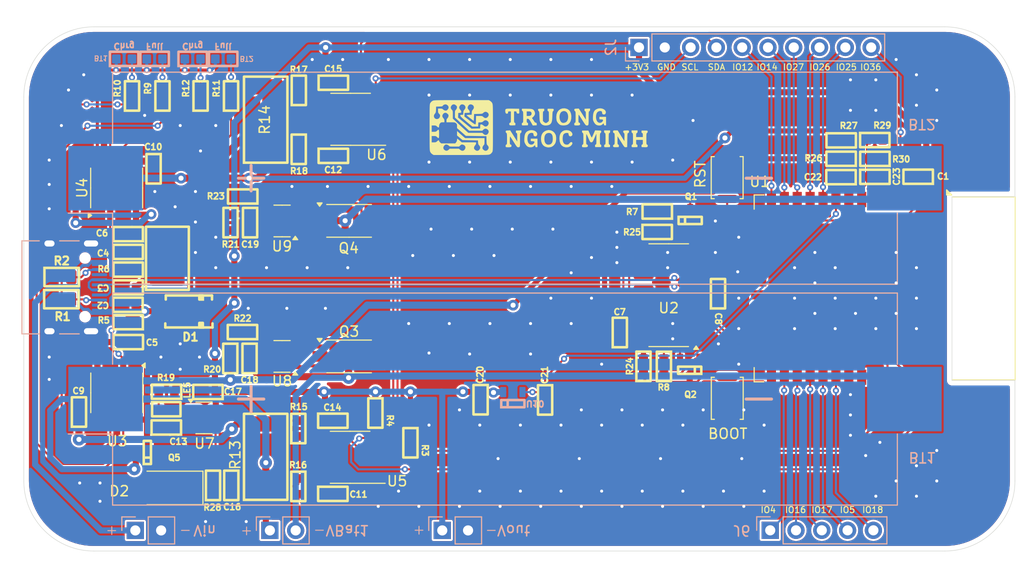
<source format=kicad_pcb>
(kicad_pcb (version 20240108) (generator "pcbnew") (generator_version "8.0")
  (layers (0 "F.Cu" signal) (31 "B.Cu" signal) (34 "B.Paste" user) (35 "F.Paste" user) (36 "B.SilkS" user "B.Silkscreen") (37 "F.SilkS" user "F.Silkscreen") (38 "B.Mask" user) (39 "F.Mask" user) (44 "Edge.Cuts" user))
  (net 0 "")
  (net 1 "B1+")
  (net 2 "B2+")
  (net 3 "+3V3")
  (net 4 "GND")
  (net 5 "VBUS")
  (net 6 "5V_local")
  (net 7 "Net-(U2-V3)")
  (net 8 "VBAT1")
  (net 9 "VBAT2")
  (net 10 "Net-(U5-IN-)")
  (net 11 "Net-(U5-IN+)")
  (net 12 "Net-(U6-IN-)")
  (net 13 "Net-(U6-IN+)")
  (net 14 "B+_or_USB")
  (net 15 "Net-(U7-BP)")
  (net 16 "Net-(U8-VCC)")
  (net 17 "Net-(U9-VCC)")
  (net 18 "IO12")
  (net 19 "IO34")
  (net 20 "IO33")
  (net 21 "Net-(J1-CC1)")
  (net 23 "Net-(J1-CC2)")
  (net 25 "SDA")
  (net 26 "IO35")
  (net 27 "IO25")
  (net 28 "IO23")
  (net 29 "SCL")
  (net 30 "IO32")
  (net 31 "IO26")
  (net 32 "IO27")
  (net 33 "Net-(LE1-Pad2)")
  (net 34 "Net-(LE2-Pad2)")
  (net 35 "Net-(LE3-Pad2)")
  (net 36 "Net-(LE4-Pad2)")
  (net 37 "Net-(LE5-Pad1)")
  (net 38 "RTS")
  (net 39 "EN")
  (net 40 "Net-(Q1-B)")
  (net 41 "DTR")
  (net 42 "IO0")
  (net 43 "Net-(Q2-B)")
  (net 45 "Net-(U8-OC)")
  (net 47 "Net-(U8-OD)")
  (net 48 "Net-(U9-OD)")
  (net 49 "Net-(U9-OC)")
  (net 52 "Net-(U3-PROG)")
  (net 53 "Net-(U4-PROG)")
  (net 54 "Net-(U3-~{STDBY})")
  (net 55 "Net-(U3-~{CHRG})")
  (net 56 "Net-(U4-~{STDBY})")
  (net 57 "Net-(U4-~{CHRG})")
  (net 58 "Net-(U8-CS)")
  (net 59 "Net-(U9-CS)")
  (net 60 "/SDO")
  (net 61 "/SD2")
  (net 62 "/CMD")
  (net 63 "/SDI")
  (net 64 "/CLK")
  (net 66 "/SD3")
  (net 76 "D-")
  (net 77 "D+")
  (net 78 "TX")
  (net 79 "RX")
  (net 80 "IO17")
  (net 81 "IO39")
  (net 82 "IO16")
  (net 83 "IO13")
  (net 84 "IO4")
  (net 85 "IO2")
  (net 86 "IO14")
  (net 87 "IO19")
  (net 88 "IO18")
  (net 89 "IO36")
  (net 90 "IO5")
  (net 91 "IO15")
  (net 92 "B1-")
  (net 93 "B2-")
  (footprint "IVS_FOOTPRINTS:C_0603" (layer "F.Cu") (at 112.88 93.26 -90)
    (property "Reference" "C10")
    (property "Value" "10uF")
  )
  (footprint "IVS_FOOTPRINTS:R_0603" (layer "F.Cu") (at 183.9 90.43)
    (property "Reference" "R29")
    (property "Value" "20K")
  )
  (footprint "IVS_FOOTPRINTS:R_0603" (layer "F.Cu") (at 183.91 92.28 180)
    (property "Reference" "R30")
    (property "Value" "10k")
  )
  (footprint "IVS_FOOTPRINTS:C_0603" (layer "F.Cu") (at 118.23 115.235 180)
    (property "Reference" "C17")
    (property "Value" "2.2uF")
  )
  (footprint "Package_TO_SOT_SMD:SOT-23-5" (layer "F.Cu") (at 117.8425 117.79)
    (property "Reference" "U7")
    (property "Value" "MIC5219-3.3")
  )
  (footprint "IVS_FOOTPRINTS:R_0603" (layer "F.Cu") (at 110.370575 108.361155 180)
    (property "Reference" "R5")
    (property "Value" "1k2")
  )
  (footprint "IVS_FOOTPRINTS:R_0603" (layer "F.Cu") (at 110.375 103.185 180)
    (property "Reference" "R6")
    (property "Value" "1k2")
  )
  (footprint "IVS_FOOTPRINTS:C_0603" (layer "F.Cu") (at 120.53 124.435 -90)
    (property "Reference" "C16")
    (property "Value" "470pF")
  )
  (footprint "IVS_FOOTPRINTS:SOT23-3" (layer "F.Cu") (at 165.67 113.0975 180)
    (property "Reference" "Q2")
    (property "Value" "SS8050")
  )
  (footprint "IVS_FOOTPRINTS:R_0603" (layer "F.Cu") (at 162.475 97.47 180)
    (property "Reference" "R25")
    (property "Value" "10k")
  )
  (footprint "Package_SO:TSSOP-8_4.4x3mm_P0.65mm" (layer "F.Cu") (at 132.13 111.735)
    (property "Reference" "Q3")
    (property "Value" "FS8205A")
  )
  (footprint "IVS_FOOTPRINTS:C_0603" (layer "F.Cu") (at 122.38 98.56 -90)
    (property "Reference" "C19")
    (property "Value" "0.1uF")
  )
  (footprint "IVS_FOOTPRINTS:R_0603" (layer "F.Cu") (at 180.58 92.27 180)
    (property "Reference" "R26")
    (property "Value" "20K")
  )
  (footprint "IVS_FOOTPRINTS:SOT23-3" (layer "F.Cu") (at 165.72 98.3475)
    (property "Reference" "Q1")
    (property "Value" "SS8050")
  )
  (footprint "IVS_FOOTPRINTS:R_0603" (layer "F.Cu") (at 180.59 90.46)
    (property "Reference" "R27")
    (property "Value" "10k")
  )
  (footprint "IVS_FOOTPRINTS:R_2512" (layer "F.Cu") (at 123.93 88.435 90)
    (property "Reference" "R14")
    (property "Value" "0.1R")
  )
  (footprint "IVS_FOOTPRINTS:C_0603" (layer "F.Cu") (at 180.57 94.08 180)
    (property "Reference" "C22")
    (property "Value" "100nF")
  )
  (footprint "IVS_FOOTPRINTS:C_0603" (layer "F.Cu") (at 168.46 105.56 90)
    (property "Reference" "C8")
    (property "Value" "0.1uF")
  )
  (footprint "IVS_FOOTPRINTS:C_0603" (layer "F.Cu") (at 183.91 94.05)
    (property "Reference" "C23")
    (property "Value" "100nF")
  )
  (footprint "IVS_FOOTPRINTS:SOIC-8_3.9x4.9mm_P1.27mm" (layer "F.Cu") (at 132.28 88.385 180)
    (property "Reference" "U6")
    (property "Value" "INA219AxD")
  )
  (footprint "IVS_FOOTPRINTS:Fuse_1812_4532Metric" (layer "F.Cu") (at 114.23 102.074519 90)
    (property "Reference" "F1" (hide yes))
    (property "Value" "Polyfuse" (hide yes))
  )
  (footprint "IVS_FOOTPRINTS:R_0603" (layer "F.Cu") (at 118.73 124.435 90)
    (property "Reference" "R28")
    (property "Value" "10k")
  )
  (footprint "IVS_FOOTPRINTS:C_0603" (layer "F.Cu") (at 110.375 104.9425)
    (property "Reference" "C3")
    (property "Value" "100nF")
  )
  (footprint "IVS_FOOTPRINTS:R_0603" (layer "F.Cu") (at 120.455 98.56 -90)
    (property "Reference" "R21")
    (property "Value" "330")
  )
  (footprint "IVS_FOOTPRINTS:C_0603" (layer "F.Cu") (at 110.375 99.6925 180)
    (property "Reference" "C6")
    (property "Value" "10uF")
  )
  (footprint "IVS_FOOTPRINTS:R_0603" (layer "F.Cu") (at 138.17 120.24 -90)
    (property "Reference" "R3")
    (property "Value" "4k7")
  )
  (footprint "Button_Switch_SMD:SW_Push_SPST_NO_Alps_SKRK" (layer "F.Cu") (at 169.37 115.86 -90)
    (property "Reference" "BOOT")
    (property "Value" "SW_Push")
  )
  (footprint "IVS_FOOTPRINTS:C_0603" (layer "F.Cu") (at 151.43 116.02 -90)
    (property "Reference" "C21")
    (property "Value" "100nF")
  )
  (footprint "IVS_FOOTPRINTS:R_0603" (layer "F.Cu") (at 161.12 112.71 90)
    (property "Reference" "R24")
    (property "Value" "10k")
  )
  (footprint "IVS_FOOTPRINTS:R_0603" (layer "F.Cu") (at 121.655 95.985 180)
    (property "Reference" "R23")
    (property "Value" "2k2")
  )
  (footprint "IVS_FOOTPRINTS:C_0603" (layer "F.Cu") (at 158.79 109.38 90)
    (property "Reference" "C7")
    (property "Value" "0.1uF")
  )
  (footprint "IVS_FOOTPRINTS:R_0603" (layer "F.Cu") (at 134.72 117.31 -90)
    (property "Reference" "R4")
    (property "Value" "4k7")
  )
  (footprint "IVS_FOOTPRINTS:R_0603" (layer "F.Cu") (at 127.17 91.34 -90)
    (property "Reference" "R18")
    (property "Value" "10R")
  )
  (footprint "IVS_FOOTPRINTS:R_0603" (layer "F.Cu") (at 127.13 124.535 -90)
    (property "Reference" "R16")
    (property "Value" "10R")
  )
  (footprint "IVS_FOOTPRINTS:R_0805" (layer "F.Cu") (at 103.8 106.1)
    (property "Reference" "R1")
    (property "Value" "5k1")
  )
  (footprint "IVS_FOOTPRINTS:C_0603" (layer "F.Cu") (at 110.373546 101.442077)
    (property "Reference" "C4")
    (property "Value" "10uF")
  )
  (footprint "Package_SO:TSSOP-8_4.4x3mm_P0.65mm" (layer "F.Cu") (at 132.13 98.385)
    (property "Reference" "Q4")
    (property "Value" "FS8205A")
  )
  (footprint "IVS_FOOTPRINTS:C_0603" (layer "F.Cu") (at 110.352308 106.651026)
    (property "Reference" "C2")
    (property "Value" "10uF")
  )
  (footprint "IVS_FOOTPRINTS:R_0603" (layer "F.Cu") (at 162.47 99.48)
    (property "Reference" "R7")
    (property "Value" "10k")
  )
  (footprint "IVS_FOOTPRINTS:SOIC-8_3.9x4.9mm_P1.27mm" (layer "F.Cu") (at 132.23 121.67 180)
    (property "Reference" "U5")
    (property "Value" "INA219AxD")
  )
  (footprint "IVS_FOOTPRINTS:R_0603" (layer "F.Cu") (at 121.63 109.335 180)
    (property "Reference" "R22")
    (property "Value" "2k2")
  )
  (footprint "Package_TO_SOT_SMD:SOT-23-6" (layer "F.Cu") (at 125.53 111.735 180)
    (property "Reference" "U8")
    (property "Value" "DW01A")
  )
  (footprint "IVS_FOOTPRINTS:R_0603" (layer "F.Cu") (at 127.18 85.535 90)
    (property "Reference" "R17")
    (property "Value" "10R")
  )
  (footprint "IVS_FOOTPRINTS:C_0603" (layer "F.Cu") (at 188.17 94.04 180)
    (property "Reference" "C1")
    (property "Value" "100nF")
  )
  (footprint "IVS_FOOTPRINTS:R_0603" (layer "F.Cu") (at 117.505 86.085 90)
    (property "Reference" "R12")
    (property "Value" "1k")
  )
  (footprint "Package_TO_SOT_SMD:SOT-23-6" (layer "F.Cu") (at 125.53 98.3975 180)
    (property "Reference" "U9")
    (property "Value" "DW01A")
  )
  (footprint "IVS_FOOTPRINTS:C_0603" (layer "F.Cu") (at 105.53 117.21 90)
    (property "Reference" "C9")
    (property "Value" "10uF")
  )
  (footprint "IVS_FOOTPRINTS:R_0603" (layer "F.Cu") (at 163.13 112.72 -90)
    (property "Reference" "R8")
    (property "Value" "10k")
  )
  (footprint "IVS_FOOTPRINTS:C_0603" (layer "F.Cu") (at 130.58 84.785)
    (property "Reference" "C15")
    (property "Value" "10uF")
  )
  (footprint "IVS_FOOTPRINTS:R_0603" (layer "F.Cu") (at 114.155 115.21 180)
    (property "Reference" "R19")
    (property "Value" "1k")
  )
  (footprint "IVS_FOOTPRINTS:R_2512" (layer "F.Cu") (at 123.93 121.635 90)
    (property "Reference" "R13")
    (property "Value" "0.1R")
  )
  (footprint "IVS_FOOTPRINTS:R_0603" (layer "F.Cu") (at 110.755 86.085 90)
    (property "Reference" "R10")
    (property "Value" "1k")
  )
  (footprint "IVS_FOOTPRINTS:C_0603" (layer "F.Cu") (at 122.33 111.935 -90)
    (property "Reference" "C18")
    (property "Value" "0.1uF")
  )
  (footprint "IVS_FOOTPRINTS:C_0603" (layer "F.Cu") (at 114.13 118.735 180)
    (property "Reference" "C13")
    (property "Value" "1uF/X7R")
  )
  (footprint "IVS_FOOTPRINTS:C_0603" (layer "F.Cu") (at 130.53 125.27)
    (property "Reference" "C11")
    (property "Value" "0.1uF")
  )
  (footprint "Package_SO:SOIC-16_3.9x9.9mm_P1.27mm" (layer "F.Cu") (at 163.605 105.705 180)
    (property "Reference" "U2")
    (property "Value" "CH340C")
  )
  (footprint "IVS_FOOTPRINTS:R_0603" (layer "F.Cu") (at 120.505 86.085 90)
    (property "Reference" "R11")
    (property "Value" "1k")
  )
  (footprint "logo:minh_logo" (layer "F.Cu") (at 150.8 89.2)
    (property "Reference" "G***" (hide yes))
    (property "Value" "LOGO" (hide yes))
  )
  (footprint "IVS_FOOTPRINTS:C_0603" (layer "F.Cu") (at 130.58 91.985)
    (property "Reference" "C12")
    (property "Value" "0.1uF")
  )
  (footprint "IVS_FOOTPRINTS:R_0603" (layer "F.Cu") (at 120.43 111.935 -90)
    (property "Reference" "R20")
    (property "Value" "330")
  )
  (footprint "IVS_FOOTPRINTS:R_0603" (layer "F.Cu") (at 127.13 118.835 90)
    (property "Reference" "R15")
    (property "Value" "10R")
  )
  (footprint "IVS_FOOTPRINTS:C_0603" (layer "F.Cu") (at 110.384998 110.324039)
    (property "Reference" "C5")
    (property "Value" "10uF")
  )
  (footprint "IVS_FOOTPRINTS:C_0603" (layer "F.Cu") (at 145.08 116 -90)
    (property "Reference" "C20")
    (property "Value" "10uF")
  )
  (footprint "IVS_FOOTPRINTS:Minh_ESP32-WROOM-32E" (layer "F.Cu") (at 184.97 105.035 -90)
    (property "Reference" "U1")
    (property "Value" "ESP32-WROOM-32")
  )
  (footprint "IVS_FOOTPRINTS:L_0603" (layer "F.Cu") (at 114.13 116.935)
    (property "Reference" "LE5")
    (property "Value" "Led")
  )
  (footprint "IVS_FOOTPRINTS:Package-Diode-D_SMA" (layer "F.Cu") (at 116.48 107.285 180)
    (property "Reference" "D1")
    (property "Value" "D_TVS")
  )
  (footprint "Package_SO:SOIC-8-1EP_3.9x4.9mm_P1.27mm_EP2.514x3.2mm" (layer "F.Cu") (at 109.240896 95.144937 90)
    (property "Reference" "U4")
    (property "Value" "TP4056")
  )
  (footprint "Button_Switch_SMD:SW_Push_SPST_NO_Alps_SKRK" (layer "F.Cu") (at 169.36 94.13 90)
    (property "Reference" "RST")
    (property "Value" "SW_Push")
  )
  (footprint "IVS_FOOTPRINTS:R_0805" (layer "F.Cu") (at 103.83 103.92)
    (property "Reference" "R2")
    (property "Value" "5k1")
  )
  (footprint "IVS_FOOTPRINTS:R_0603" (layer "F.Cu") (at 113.755 86.085 90)
    (property "Reference" "R9")
    (property "Value" "1k")
  )
  (footprint "Diode_SMD:D_SMA" (layer "F.Cu") (at 114.23 124.685 180)
    (property "Reference" "D2")
    (property "Value" "~")
  )
  (footprint "IVS_FOOTPRINTS:SOT23-3" (layer "F.Cu") (at 112.264488 121.191286 90)
    (property "Reference" "Q5")
    (property "Value" "Q_PMOS_GSD")
  )
  (footprint "Package_SO:SOIC-8-1EP_3.9x4.9mm_P1.27mm_EP2.514x3.2mm" (layer "F.Cu") (at 109.25298 115.3225 -90)
    (property "Reference" "U3")
    (property "Value" "TP4056")
  )
  (footprint "IVS_FOOTPRINTS:C_0603" (layer "F.Cu") (at 130.53 118.07)
    (property "Reference" "C14")
    (property "Value" "10uF")
  )
  (footprint "IVS_FOOTPRINTS:L_0603" (layer "B.Cu") (at 116.73 82.435)
    (property "Reference" "Chrg")
    (property "Value" "Red")
  )
  (footprint "IVS_FOOTPRINTS:USB_C_Receptacle_XKB_U262-16XN-4BVC11" (layer "B.Cu") (at 103.7 104.935 90)
    (property "Reference" "J1" (hide yes))
    (property "Value" "USB_C_Receptacle" (hide yes))
  )
  (footprint "IVS_FOOTPRINTS:L_0603" (layer "B.Cu") (at 109.98 82.435)
    (property "Reference" "Chrg")
    (property "Value" "Red")
  )
  (footprint "IVS_FOOTPRINTS:SOT23-3" (layer "B.Cu") (at 148.255 116.385)
    (property "Reference" "U10")
    (property "Value" "MCP9700Ax-ETT")
  )
  (footprint "IVS_FOOTPRINTS:L_0603" (layer "B.Cu") (at 112.98 82.435)
    (property "Reference" "Full")
    (property "Value" "Green")
  )
  (footprint "Connector_PinHeader_2.54mm:PinHeader_1x02_P2.54mm_Vertical" (layer "B.Cu") (at 111.08 128.87 -90)
    (property "Reference" "Vin")
    (property "Value" "Conn_01x02")
  )
  (footprint "IVS_FOOTPRINTS:L_0603" (layer "B.Cu") (at 119.73 82.435)
    (property "Reference" "Full")
    (property "Value" "Green")
  )
  (footprint "IVS_FOOTPRINTS:Minh_BatteryHolder_Keystone_1042_1x18650" (layer "B.Cu") (at 147.48 115.935)
    (property "Reference" "BT1")
    (property "Value" "Battery_Cell")
  )
  (footprint "Connector_PinHeader_2.54mm:PinHeader_1x05_P2.54mm_Vertical" (layer "B.Cu") (at 173.6 128.86 -90)
    (property "Reference" "J6")
    (property "Value" "Conn_01x05")
  )
  (footprint "IVS_FOOTPRINTS:Minh_BatteryHolder_Keystone_1042_1x18650" (layer "B.Cu") (at 147.48 94.185)
    (property "Reference" "BT2")
    (property "Value" "Battery_Cell")
  )
  (footprint "Connector_PinSocket_2.54mm:PinSocket_1x10_P2.54mm_Vertical" (layer "B.Cu") (at 160.68 81.31 -90)
    (property "Reference" "J2")
    (property "Value" "Conn_01x10")
  )
  (footprint "Connector_PinHeader_2.54mm:PinHeader_1x02_P2.54mm_Vertical" (layer "B.Cu") (at 141.305 128.87 -90)
    (property "Reference" "Vout")
    (property "Value" "Conn_01x02")
  )
  (footprint "Connector_PinHeader_2.54mm:PinHeader_1x02_P2.54mm_Vertical" (layer "B.Cu") (at 124.33 128.87 -90)
    (property "Reference" "VBat1")
    (property "Value" "Conn_01x02")
  )
  (gr_line (start 191.5 96) (end 197.7 96) (stroke (width 0.05)) (layer "Edge.Cuts"))
  (gr_arc (start 197.7 124) (mid 195.679037 128.879037) (end 190.8 130.9) (stroke (width 0.05)) (layer "Edge.Cuts"))
  (gr_line (start 100.1 124) (end 100.1 86.18) (stroke (width 0.05)) (layer "Edge.Cuts"))
  (gr_line (start 191.5 96) (end 191.5 114.1) (stroke (width 0.05)) (layer "Edge.Cuts"))
  (gr_line (start 197.7 114.1) (end 197.7 124) (stroke (width 0.05)) (layer "Edge.Cuts"))
  (gr_line (start 190.8 130.9) (end 107 130.9) (stroke (width 0.05)) (layer "Edge.Cuts"))
  (gr_line (start 191.5 114.1) (end 197.7 114.1) (stroke (width 0.05)) (layer "Edge.Cuts"))
  (gr_line (start 197.7 96) (end 197.7 86.18) (stroke (width 0.05)) (layer "Edge.Cuts"))
  (gr_line (start 190.8 79.28) (end 107 79.28) (stroke (width 0.05)) (layer "Edge.Cuts"))
  (gr_arc (start 100.1 86.18) (mid 102.120963 81.300963) (end 107 79.28) (stroke (width 0.05)) (layer "Edge.Cuts"))
  (gr_arc (start 190.8 79.28) (mid 195.679037 81.300963) (end 197.7 86.18) (stroke (width 0.05)) (layer "Edge.Cuts"))
  (gr_arc (start 107 130.9) (mid 102.120963 128.879037) (end 100.1 124) (stroke (width 0.05)) (layer "Edge.Cuts"))
  (gr_text "BT1" (at 106.95 82.075 180) (layer "B.SilkS") (effects (font (size 0.5 0.5) (thickness 0.1)) (justify left bottom mirror)))
  (gr_text "-" (at 128.525 129.36 0) (layer "B.SilkS") (effects (font (size 1 1) (thickness 0.1)) (justify left bottom)))
  (gr_text "BT2" (at 121.3 82.125 180) (layer "B.SilkS") (effects (font (size 0.5 0.5) (thickness 0.1)) (justify left bottom mirror)))
  (gr_text "+" (at 138.33 129.36 0) (layer "B.SilkS") (effects (font (size 1 1) (thickness 0.1)) (justify left bottom)))
  (gr_text "+" (at 108.075 129.4 0) (layer "B.SilkS") (effects (font (size 1 1) (thickness 0.1)) (justify left bottom)))
  (gr_text "-" (at 145.45 129.375 0) (layer "B.SilkS") (effects (font (size 1 1) (thickness 0.1)) (justify left bottom)))
  (gr_text "-" (at 115.325 129.375 0) (layer "B.SilkS") (effects (font (size 1 1) (thickness 0.1)) (justify left bottom)))
  (gr_text "+" (at 121.35 129.425 0) (layer "B.SilkS") (effects (font (size 1 1) (thickness 0.1)) (justify left bottom)))
  (gr_text "IO18" (at 182.6 127.2 0) (layer "F.SilkS") (effects (font (size 0.6 0.6) (thickness 0.1)) (justify left bottom)))
  (gr_text "IO36" (at 182.4 83.6 0) (layer "F.SilkS") (effects (font (size 0.6 0.6) (thickness 0.1)) (justify left bottom)))
  (gr_text "IO5" (at 180.4 127.2 0) (layer "F.SilkS") (effects (font (size 0.6 0.6) (thickness 0.1)) (justify left bottom)))
  (gr_text "IO26" (at 177.4 83.6 0) (layer "F.SilkS") (effects (font (size 0.6 0.6) (thickness 0.1)) (justify left bottom)))
  (gr_text "SDA" (at 167.4 83.6 0) (layer "F.SilkS") (effects (font (size 0.6 0.6) (thickness 0.1)) (justify left bottom)))
  (gr_text "SCL\n" (at 164.8 83.6 0) (layer "F.SilkS") (effects (font (size 0.6 0.6) (thickness 0.1)) (justify left bottom)))
  (gr_text "GND" (at 162.4 83.6 0) (layer "F.SilkS") (effects (font (size 0.6 0.6) (thickness 0.1)) (justify left bottom)))
  (gr_text "IO16" (at 175 127.2 0) (layer "F.SilkS") (effects (font (size 0.6 0.6) (thickness 0.1)) (justify left bottom)))
  (gr_text "IO14" (at 172.2 83.6 0) (layer "F.SilkS") (effects (font (size 0.6 0.6) (thickness 0.1)) (justify left bottom)))
  (gr_text "IO12" (at 169.8 83.6 0) (layer "F.SilkS") (effects (font (size 0.6 0.6) (thickness 0.1)) (justify left bottom)))
  (gr_text "IO17" (at 177.6 127.2 0) (layer "F.SilkS") (effects (font (size 0.6 0.6) (thickness 0.1)) (justify left bottom)))
  (gr_text "IO25" (at 180 83.6 0) (layer "F.SilkS") (effects (font (size 0.6 0.6) (thickness 0.1)) (justify left bottom)))
  (gr_text "IO27" (at 174.8 83.6 0) (layer "F.SilkS") (effects (font (size 0.6 0.6) (thickness 0.1)) (justify left bottom)))
  (gr_text "+3V3" (at 159.2 83.6 0) (layer "F.SilkS") (effects (font (size 0.6 0.6) (thickness 0.1)) (justify left bottom)))
  (gr_text "IO4" (at 172.6 127.2 0) (layer "F.SilkS") (effects (font (size 0.6 0.6) (thickness 0.1)) (justify left bottom)))
  (segment (start 111.126988 121.191286) (end 111.126988 122.688006) (width 0.6) (layer "F.Cu") (net 1))
  (segment (start 171.26 92.27) (end 167.98 95.55) (width 0.5) (layer "F.Cu") (net 1))
  (segment (start 111.126988 122.688006) (end 110.979994 122.835) (width 0.6) (layer "F.Cu") (net 1))
  (segment (start 127.13 123.76) (end 127.13 124.3) (width 0.2) (layer "F.Cu") (net 1))
  (segment (start 126.91 124.52) (end 124.27 124.52) (width 0.2) (layer "F.Cu") (net 1))
  (segment (start 127.13 124.3) (end 126.91 124.52) (width 0.2) (layer "F.Cu") (net 1))
  (segment (start 123.93 122.200012) (end 123.930004 122.200008) (width 0.7) (layer "F.Cu") (net 1))
  (segment (start 127.13 123.76) (end 126.905 123.76) (width 0.3) (layer "F.Cu") (net 1))
  (segment (start 123.93 124.86) (end 123.93 122.200012) (width 0.7) (layer "F.Cu") (net 1))
  (segment (start 124.27 124.52) (end 123.93 124.86) (width 0.2) (layer "F.Cu") (net 1))
  (segment (start 159.42 95.55) (end 148.28 106.69) (width 0.5) (layer "F.Cu") (net 1))
  (segment (start 179.805 92.27) (end 171.26 92.27) (width 0.5) (layer "F.Cu") (net 1))
  (segment (start 120.43 112.71) (end 120.43 114.03504) (width 0.6) (layer "F.Cu") (net 1))
  (segment (start 167.98 95.55) (end 159.42 95.55) (width 0.5) (layer "F.Cu") (net 1))
  (segment (start 123.93 128.47) (end 124.33 128.87) (width 0.6) (layer "F.Cu") (net 1))
  (segment (start 123.93 124.86) (end 123.93 128.47) (width 0.6) (layer "F.Cu") (net 1))
  (via (at 110.979994 122.835) (size 1.2) (drill 0.5) (layers "F.Cu" "B.Cu") (net 1))
  (via (at 120.43 114.03504) (size 1.2) (drill 0.5) (layers "F.Cu" "B.Cu") (net 1))
  (via (at 148.28 106.69) (size 1.05) (drill 0.5) (layers "F.Cu" "B.Cu") (net 1))
  (via (at 123.930004 122.200008) (size 1.2) (drill 0.5) (layers "F.Cu" "B.Cu") (net 1))
  (segment (start 103.855 122.835) (end 110.979994 122.835) (width 0.6) (layer "B.Cu") (net 1))
  (segment (start 123.930004 122.200008) (end 123.930004 117.980004) (width 0.7) (layer "B.Cu") (net 1))
  (segment (start 103.825 115.935) (end 102.7 117.06) (width 0.6) (layer "B.Cu") (net 1))
  (segment (start 108.15 115.935) (end 103.825 115.935) (width 0.6) (layer "B.Cu") (net 1))
  (segment (start 123.930004 117.980004) (end 121.885 115.935) (width 0.7) (layer "B.Cu") (net 1))
  (segment (start 102.7 121.68) (end 103.855 122.835) (width 0.6) (layer "B.Cu") (net 1))
  (segment (start 126.57496 114.03504) (end 133.92 106.69) (width 0.7) (layer "B.Cu") (net 1))
  (segment (start 124 114.03504) (end 126.57496 114.03504) (width 0.7) (layer "B.Cu") (net 1))
  (segment (start 120.33004 114.135) (end 120.43 114.03504) (width 0.7) (layer "B.Cu") (net 1))
  (segment (start 102.7 117.06) (end 102.7 121.68) (width 0.6) (layer "B.Cu") (net 1))
  (segment (start 133.92 106.69) (end 148.28 106.69) (width 0.7) (layer "B.Cu") (net 1))
  (segment (start 109.95 114.135) (end 120.33004 114.135) (width 0.7) (layer "B.Cu") (net 1))
  (segment (start 120.46496 114.03504) (end 120.43 114.03504) (width 0.5) (layer "B.Cu") (net 1))
  (segment (start 108.15 115.935) (end 109.95 114.135) (width 0.6) (layer "B.Cu") (net 1))
  (segment (start 121.885 115.935) (end 108.15 115.935) (width 0.7) (layer "B.Cu") (net 1))
  (segment (start 120.43 114.03504) (end 124 114.03504) (width 0.7) (layer "B.Cu") (net 1))
  (segment (start 119.355 99.335) (end 118.33 98.31) (width 0.5) (layer "F.Cu") (net 2))
  (segment (start 123.93 91.66) (end 124.28 91.31) (width 0.2) (layer "F.Cu") (net 2))
  (segment (start 183.775 89.53) (end 169.83 89.53) (width 0.5) (layer "F.Cu") (net 2))
  (segment (start 169.83 89.53) (end 169.14 90.22) (width 0.5) (layer "F.Cu") (net 2))
  (segment (start 120.455 99.335) (end 119.355 99.335) (width 0.5) (layer "F.Cu") (net 2))
  (segment (start 118.33 98.31) (end 118.33 94.185) (width 0.5) (layer "F.Cu") (net 2))
  (segment (start 184.675 90.43) (end 183.775 89.53) (width 0.5) (layer "F.Cu") (net 2))
  (segment (start 123.93 93.38) (end 123.125 94.185) (width 0.7) (layer "F.Cu") (net 2))
  (segment (start 124.28 91.31) (end 126.99 91.31) (width 0.2) (layer "F.Cu") (net 2))
  (segment (start 122.28 94.185) (end 118.33 94.185) (width 0.7) (layer "F.Cu") (net 2))
  (segment (start 127.17 91.13) (end 127.17 90.565) (width 0.2) (layer "F.Cu") (net 2))
  (segment (start 126.99 91.31) (end 127.17 91.13) (width 0.2) (layer "F.Cu") (net 2))
  (segment (start 123.93 91.66) (end 123.93 93.38) (width 0.7) (layer "F.Cu") (net 2))
  (segment (start 118.33 94.185) (end 115.58 94.185) (width 0.7) (layer "F.Cu") (net 2))
  (segment (start 123.125 94.185) (end 122.28 94.185) (width 0.7) (layer "F.Cu") (net 2))
  (via (at 122.28 94.185) (size 1.05) (drill 0.5) (layers "F.Cu" "B.Cu") (net 2))
  (via (at 115.58 94.185) (size 1.05) (drill 0.5) (layers "F.Cu" "B.Cu") (net 2))
  (via (at 169.14 90.22) (size 1.05) (drill 0.5) (layers "F.Cu" "B.Cu") (net 2))
  (segment (start 108.15 94.185) (end 115.58 94.185) (width 0.7) (layer "B.Cu") (net 2))
  (segment (start 122.28 94.185) (end 165.195 94.185) (width 0.5) (layer "B.Cu") (net 2))
  (segment (start 169.14 90.24) (end 169.14 90.22) (width 0.5) (layer "B.Cu") (net 2))
  (segment (start 165.195 94.185) (end 169.14 90.24) (width 0.5) (layer "B.Cu") (net 2))
  (segment (start 161.12 110.16) (end 161.13 110.15) (width 0.5) (layer "F.Cu") (net 3))
  (segment (start 145.08 115.225) (end 145.08 112.68) (width 0.6) (layer "F.Cu") (net 3))
  (segment (start 158.79 110.155) (end 161.125 110.155) (width 0.6) (layer "F.Cu") (net 3))
  (segment (start 120.83 101.85) (end 120.83 106.48) (width 0.6) (layer "F.Cu") (net 3))
  (segment (start 134.72 115.22) (end 134.73 115.21) (width 0.6) (layer "F.Cu") (net 3))
  (segment (start 146.285 115.225) (end 146.35 115.29) (width 0.6) (layer "F.Cu") (net 3))
  (segment (start 134.755 89.02) (end 133.61 89.02) (width 0.2) (layer "F.Cu") (net 3))
  (segment (start 129.645014 115.235) (end 129.670014 115.21) (width 0.6) (layer "F.Cu") (net 3))
  (segment (start 118.92 111.45) (end 118.92 114.21) (width 0.6) (layer "F.Cu") (net 3))
  (segment (start 129.755 118.07) (end 129.755 115.294986) (width 0.6) (layer "F.Cu") (net 3))
  (segment (start 143.355 115.225) (end 143.34 115.21) (width 0.6) (layer "F.Cu") (net 3))
  (segment (start 134.72 116.535) (end 134.72 115.22) (width 0.6) (layer "F.Cu") (net 3))
  (segment (start 162.81 85.72) (end 184.44 85.72) (width 0.6) (layer "F.Cu") (net 3))
  (segment (start 133.61 89.02) (end 131.07 86.48) (width 0.2) (layer "F.Cu") (net 3))
  (segment (start 160.68 81.31) (end 160.68 83.59) (width 0.6) (layer "F.Cu") (net 3))
  (segment (start 129.805 84.785) (end 129.805 86.48) (width 0.6) (layer "F.Cu") (net 3))
  (segment (start 138.17 119.465) (end 138.17 115.209998) (width 0.5) (layer "F.Cu") (net 3))
  (segment (start 145.08 112.68) (end 147.605 110.155) (width 0.6) (layer "F.Cu") (net 3))
  (segment (start 157.29 110.155) (end 158.79 110.155) (width 0.6) (layer "F.Cu") (net 3))
  (segment (start 147.605 110.155) (end 157.29 110.155) (width 0.6) (layer "F.Cu") (net 3))
  (segment (start 184.44 85.72) (end 188.965 90.245) (width 0.6) (layer "F.Cu") (net 3))
  (segment (start 160.68 83.59) (end 162.81 85.72) (width 0.6) (layer "F.Cu") (net 3))
  (segment (start 129.755 115.294986) (end 129.670014 115.21) (width 0.6) (layer "F.Cu") (net 3))
  (segment (start 131.07 86.48) (end 129.805 86.48) (width 0.2) (layer "F.Cu") (net 3))
  (segment (start 118.92 115.15) (end 119.005 115.235) (width 0.6) (layer "F.Cu") (net 3))
  (segment (start 115.53 114.21) (end 118.92 114.21) (width 0.5) (layer "F.Cu") (net 3))
  (segment (start 161.7 97.47) (end 158.86 97.47) (width 0.5) (layer "F.Cu") (net 3))
  (segment (start 145.08 115.225) (end 143.355 115.225) (width 0.6) (layer "F.Cu") (net 3))
  (segment (start 157.29 99.04) (end 157.29 110.155) (width 0.5) (layer "F.Cu") (net 3))
  (segment (start 119.005 116.819386) (end 118.982989 116.841397) (width 0.6) (layer "F.Cu") (net 3))
  (segment (start 145.08 115.225) (end 146.285 115.225) (width 0.6) (layer "F.Cu") (net 3))
  (segment (start 119.005 115.235) (end 129.645014 115.235) (width 0.6) (layer "F.Cu") (net 3))
  (segment (start 145.08 115.225) (end 145.07 115.235) (width 0.6) (layer "F.Cu") (net 3))
  (segment (start 119.005 115.235) (end 119.005 116.819386) (width 0.6) (layer "F.Cu") (net 3))
  (segment (start 118.92 114.21) (end 118.92 115.15) (width 0.6) (layer "F.Cu") (net 3))
  (segment (start 115.53 114.21) (end 114.93 114.81) (width 0.5) (layer "F.Cu") (net 3))
  (segment (start 129.755 118.07) (end 129.755 119.765) (width 0.6) (layer "F.Cu") (net 3))
  (segment (start 129.805 81.325) (end 129.82 81.31) (width 0.6) (layer "F.Cu") (net 3))
  (segment (start 158.86 97.47) (end 157.29 99.04) (width 0.5) (layer "F.Cu") (net 3))
  (segment (start 114.93 114.81) (end 114.93 115.21) (width 0.5) (layer "F.Cu") (net 3))
  (segment (start 129.805 84.785) (end 129.805 81.325) (width 0.6) (layer "F.Cu") (net 3))
  (segment (start 161.125 110.155) (end 161.13 110.15) (width 0.6) (layer "F.Cu") (net 3))
  (segment (start 188.965 90.245) (end 188.965 96.28) (width 0.6) (layer "F.Cu") (net 3))
  (segment (start 161.12 111.935) (end 161.12 110.16) (width 0.5) (layer "F.Cu") (net 3))
  (via (at 120.83 101.85) (size 1.05) (drill 0.5) (layers "F.Cu" "B.Cu") (net 3))
  (via (at 129.670014 115.21) (size 1.05) (drill 0.5) (layers "F.Cu" "B.Cu") (net 3))
  (via (at 143.34 115.21) (size 1.05) (drill 0.5) (layers "F.Cu" "B.Cu") (net 3))
  (via (at 129.82 81.31) (size 1.05) (drill 0.5) (layers "F.Cu" "B.Cu") (net 3))
  (via (at 138.17 115.209998) (size 1.05) (drill 0.5) (layers "F.Cu" "B.Cu") (net 3))
  (via (at 120.83 106.48) (size 1.05) (drill 0.5) (layers "F.Cu" "B.Cu") (net 3))
  (via (at 134.73 115.21) (size 1.05) (drill 0.5) (layers "F.Cu" "B.Cu") (net 3))
  (via (at 146.35 115.29) (size 1) (drill 0.5) (layers "F.Cu" "B.Cu") (net 3))
  (via (at 118.92 111.45) (size 1.05) (drill 0.5) (layers "F.Cu" "B.Cu") (net 3))
  (segment (start 141.305 128.87) (end 141.305 115.285) (width 0.6) (layer "B.Cu") (net 3))
  (segment (start 120.83 101.85) (end 120.83 88.69) (width 0.6) (layer "B.Cu") (net 3))
  (segment (start 138.15 115.21) (end 138.169998 115.21) (width 0.6) (layer "B.Cu") (net 3))
  (segment (start 128.21 81.31) (end 120.83 88.69) (width 0.6) (layer "B.Cu") (net 3))
  (segment (start 129.82 81.31) (end 128.21 81.31) (width 0.6) (layer "B.Cu") (net 3))
  (segment (start 138.170002 115.21) (end 138.17 115.209998) (width 0.6) (layer "B.Cu") (net 3))
  (segment (start 143.34 115.21) (end 141.23 115.21) (width 0.6) (layer "B.Cu") (net 3))
  (segment (start 118.92 108.39) (end 118.92 111.45) (width 0.6) (layer "B.Cu") (net 3))
  (segment (start 120.83 106.48) (end 118.92 108.39) (width 0.6) (layer "B.Cu") (net 3))
  (segment (start 141.23 115.21) (end 138.170002 115.21) (width 0.6) (layer "B.Cu") (net 3))
  (segment (start 138.169998 115.21) (end 138.17 115.209998) (width 0.6) (layer "B.Cu") (net 3))
  (segment (start 134.73 115.21) (end 138.15 115.21) (width 0.6) (layer "B.Cu") (net 3))
  (segment (start 134.73 115.21) (end 129.670014 115.21) (width 0.6) (layer "B.Cu") (net 3))
  (segment (start 146.3925 115.2475) (end 146.35 115.29) (width 0.6) (layer "B.Cu") (net 3))
  (segment (start 141.305 115.285) (end 141.23 115.21) (width 0.6) (layer "B.Cu") (net 3))
  (segment (start 147.305 115.2475) (end 146.3925 115.2475) (width 0.6) (layer "B.Cu") (net 3))
  (segment (start 160.68 81.31) (end 129.82 81.31) (width 0.6) (layer "B.Cu") (net 3))
  (via (at 169 125) (size 0.6) (drill 0.3) (layers "F.Cu" "B.Cu") (net 4))
  (via (at 106 84) (size 0.6) (drill 0.3) (layers "F.Cu" "B.Cu") (net 4))
  (via (at 130 95) (size 0.6) (drill 0.3) (layers "F.Cu" "B.Cu") (net 4))
  (via (at 186 82.5) (size 0.6) (drill 0.3) (layers "F.Cu" "B.Cu") (net 4))
  (via (at 188 125.5) (size 0.6) (drill 0.3) (layers "F.Cu" "B.Cu") (net 4))
  (via (at 184.4 120.2) (size 0.6) (drill 0.3) (layers "F.Cu" "B.Cu") (net 4))
  (via (at 168.2 98.4) (size 0.6) (drill 0.3) (layers "F.Cu" "B.Cu") (net 4))
  (via (at 152 106) (size 0.6) (drill 0.3) (layers "F.Cu" "B.Cu") (net 4))
  (via (at 140 92.599998) (size 0.6) (drill 0.3) (layers "F.Cu" "B.Cu") (net 4))
  (via (at 140 82.5) (size 0.6) (drill 0.3) (layers "F.Cu" "B.Cu") (net 4))
  (via (at 180 105.999998) (size 0.6) (drill 0.3) (layers "F.Cu" "B.Cu") (net 4))
  (via (at 119 103) (size 0.6) (drill 0.3) (layers "F.Cu" "B.Cu") (net 4))
  (via (at 148 82.5) (size 0.6) (drill 0.3) (layers "F.Cu" "B.Cu") (net 4))
  (via (at 149 125) (size 0.6) (drill 0.3) (layers "F.Cu" "B.Cu") (net 4))
  (via (at 144 82.5) (size 0.6) (drill 0.3) (layers "F.Cu" "B.Cu") (net 4))
  (via (at 181.5 117.5) (size 0.6) (drill 0.3) (layers "F.Cu" "B.Cu") (net 4))
  (via (at 184 84.5) (size 0.6) (drill 0.3) (layers "F.Cu" "B.Cu") (net 4))
  (via (at 181.5 84.5) (size 0.6) (drill 0.3) (layers "F.Cu" "B.Cu") (net 4))
  (via (at 188 109) (size 0.6) (drill 0.3) (layers "F.Cu" "B.Cu") (net 4))
  (via (at 163.5 103) (size 0.6) (drill 0.3) (layers "F.Cu" "B.Cu") (net 4))
  (via (at 152.2 99.2) (size 0.6) (drill 0.3) (layers "F.Cu" "B.Cu") (net 4))
  (via (at 138 95) (size 0.6) (drill 0.3) (layers "F.Cu" "B.Cu") (net 4))
  (via (at 170.5 109) (size 0.6) (drill 0.3) (layers "F.Cu" "B.Cu") (net 4))
  (via (at 107.6 124.2) (size 0.6) (drill 0.3) (layers "F.Cu" "B.Cu") (net 4))
  (via (at 156 82.5) (size 0.6) (drill 0.3) (layers "F.Cu" "B.Cu") (net 4))
  (via (at 158.5 101) (size 0.6) (drill 0.3) (layers "F.Cu" "B.Cu") (net 4))
  (via (at 158.5 102.5) (size 0.6) (drill 0.3) (layers "F.Cu" "B.Cu") (net 4))
  (via (at 154.8 121.8) (size 0.6) (drill 0.3) (layers "F.Cu" "B.Cu") (net 4))
  (via (at 170.5 106) (size 0.6) (drill 0.3) (layers "F.Cu" "B.Cu") (net 4))
  (via (at 164 108.5) (size 0.6) (drill 0.3) (layers "F.Cu" "B.Cu") (net 4))
  (via (at 143 126.500002) (size 0.6) (drill 0.3) (layers "F.Cu" "B.Cu") (net 4))
  (via (at 115.5 110.5) (size 0.6) (drill 0.3) (layers "F.Cu" "B.Cu") (net 4))
  (via (at 117 98.5) (size 0.6) (drill 0.3) (layers "F.Cu" "B.Cu") (net 4))
  (via (at 128.5 82.5) (size 0.6) (drill 0.3) (layers "F.Cu" "B.Cu") (net 4))
  (via (at 146.4 101.8) (size 0.6) (drill 0.3) (layers "F.Cu" "B.Cu") (net 4))
  (via (at 165 118.5) (size 0.6) (drill 0.3) (layers "F.Cu" "B.Cu") (net 4))
  (via (at 173 125) (size 0.6) (drill 0.3) (layers "F.Cu" "B.Cu") (net 4))
  (via (at 119 100) (size 0.6) (drill 0.3) (layers "F.Cu" "B.Cu") (net 4))
  (via (at 170.8 121.8) (size 0.6) (drill 0.3) (layers "F.Cu" "B.Cu") (net 4))
  (via (at 115 97) (size 0.6) (drill 0.3) (layers "F.Cu" "B.Cu") (net 4))
  (via (at 149 118.5) (size 0.6) (drill 0.3) (layers "F.Cu" "B.Cu") (net 4))
  (via (at 184 106) (size 0.6) (drill 0.3) (layers "F.Cu" "B.Cu") (net 4))
  (via (at 188 122.5) (size 0.6) (drill 0.3) (layers "F.Cu" "B.Cu") (net 4))
  (via (at 163 117) (size 0.6) (drill 0.3) (layers "F.Cu" "B.Cu") (net 4))
  (via (at 132 103) (size 0.6) (drill 0.3) (layers "F.Cu" "B.Cu") (net 4))
  (via (at 156 102) (size 0.6) (drill 0.3) (layers "F.Cu" "B.Cu") (net 4))
  (via (at 142.4 101.8) (size 0.6) (drill 0.3) (layers "F.Cu" "B.Cu") (net 4))
  (via (at 145 125) (size 0.6) (drill 0.3) (layers "F.Cu" "B.Cu") (net 4))
  (via (at 163.5 101.5) (size 0.6) (drill 0.3) (layers "F.Cu" "B.Cu") (net 4))
  (via (at 176 103) (size 0.6) (drill 0.3) (layers "F.Cu" "B.Cu") (net 4))
  (via (at 112 88) (size 0.6) (drill 0.3) (layers "F.Cu" "B.Cu") (net 4))
  (via (at 146 108.5) (size 0.6) (drill 0.3) (layers "F.Cu" "B.Cu") (net 4))
  (via (at 146.8 121.8) (size 0.6) (drill 0.3) (layers "F.Cu" "B.Cu") (net 4))
  (via (at 105.6 124.2) (size 0.6) (drill 0.3) (layers "F.Cu" "B.Cu") (net 4))
  (via (at 184 109) (size 0.6) (drill 0.3) (layers "F.Cu" "B.Cu") (net 4))
  (via (at 157 118.5) (size 0.6) (drill 0.3) (layers "F.Cu" "B.Cu") (net 4))
  (via (at 181.5 115.5) (size 0.6) (drill 0.3) (layers "F.Cu" "B.Cu") (net 4))
  (via (at 146 95) (size 0.6) (drill 0.3) (layers "F.Cu" "B.Cu") (net 4))
  (via (at 190 85.5) (size 0.6) (drill 0.3) (layers "F.Cu" "B.Cu") (net 4))
  (via (at 167 126.500002) (size 0.6) (drill 0.3) (layers "F.Cu" "B.Cu") (net 4))
  (via (at 170.4 103.4) (size 0.6) (drill 0.3) (layers "F.Cu" "B.Cu") (net 4))
  (via (at 150 108.5) (size 0.6) (drill 0.3) (layers "F.Cu" "B.Cu") (net 4))
  (via (at 103.8 89) (size 0.6) (drill 0.3) (layers "F.Cu" "B.Cu") (net 4))
  (via (at 156 85.999998) (size 0.6) (drill 0.3) (layers "F.Cu" "B.Cu") (net 4))
  (via (at 144 111.5) (size 0.6) (drill 0.3) (layers "F.Cu" "B.Cu") (net 4))
  (via (at 155 117) (size 0.6) (drill 0.3) (layers "F.Cu" "B.Cu") (net 4))
  (via (at 188 103) (size 0.6) (drill 0.3) (layers "F.Cu" "B.Cu") (net 4))
  (via (at 148 85.999998) (size 0.6) (drill 0.3) (layers "F.Cu" "B.Cu") (net 4))
  (via (at 176 106) (size 0.6) (drill 0.3) (layers "F.Cu" "B.Cu") (net 4))
  (via (at 181.5 87.5) (size 0.6) (drill 0.3) (layers "F.Cu" "B.Cu") (net 4))
  (via (at 170.5 100) (size 0.6) (drill 0.3) (layers "F.Cu" "B.Cu") (net 4))
  (via (at 148 92.6) (size 0.6) (drill 0.3) (layers "F.Cu" "B.Cu") (net 4))
  (via (at 139 126.5) (size 0.6) (drill 0.3) (layers "F.Cu" "B.Cu") (net 4))
  (via (at 181.5 119.5) (size 0.6) (drill 0.3) (layers "F.Cu" "B.Cu") (net 4))
  (via (at 107.6 126) (size 0.6) (drill 0.3) (layers "F.Cu" "B.Cu") (net 4))
  (via (at 186 107.5) (size 0.6) (drill 0.3) (layers "F.Cu" "B.Cu") (net 4))
  (via (at 171 117) (size 0.6) (drill 0.3) (layers "F.Cu" "B.Cu") (net 4))
  (via (at 143 117) (size 0.6) (drill 0.3) (layers "F.Cu" "B.Cu") (net 4))
  (via (at 155 126.500002) (size 0.6) (drill 0.3) (layers "F.Cu" "B.Cu") (net 4))
  (via (at 154 95) (size 0.6) (drill 0.3) (layers "F.Cu" "B.Cu") (net 4))
  (via (at 122.2 107) (size 0.6) (drill 0.3) (layers "F.Cu" "B.Cu") (net 4))
  (via (at 163 126.5) (size 0.6) (drill 0.3) (layers "F.Cu" "B.Cu") (net 4))
  (via (at 154 103.5) (size 0.6) (drill 0.3) (layers "F.Cu" "B.Cu") (net 4))
  (via (at 180 109) (size 0.6) (drill 0.3) (layers "F.Cu" "B.Cu") (net 4))
  (via (at 147 126.5) (size 0.6) (drill 0.3) (layers "F.Cu" "B.Cu") (net 4))
  (via (at 117.4 111.8) (size 0.6) (drill 0.3) (layers "F.Cu" "B.Cu") (net 4))
  (via (at 160 92.6) (size 0.6) (drill 0.3) (layers "F.Cu" "B.Cu") (net 4))
  (via (at 156 92.599998) (size 0.6) (drill 0.3) (layers "F.Cu" "B.Cu") (net 4))
  (via (at 178 107.5) (size 0.6) (drill 0.3) (layers "F.Cu" "B.Cu") (net 4))
  (via (at 168.5 110.5) (size 0.6) (drill 0.3) (layers "F.Cu" "B.Cu") (net 4))
  (via (at 138.4 101.8) (size 0.6) (drill 0.3) (layers "F.Cu" "B.Cu") (net 4))
  (via (at 166 88.5) (size 0.6) (drill 0.3) (layers "F.Cu" "B.Cu") (net 4))
  (via (at 156 106) (size 0.6) (drill 0.3) (layers "F.Cu" "B.Cu") (net 4))
  (via (at 140.2 99.2) (size 0.6) (drill 0.3) (layers "F.Cu" "B.Cu") (net 4))
  (via (at 102.6 94.8) (size 0.6) (drill 0.3) (layers "F.Cu" "B.Cu") (net 4))
  (via (at 119 89) (size 0.6) (drill 0.3) (layers "F.Cu" "B.Cu") (net 4))
  (via (at 129.8 107) (size 0.6) (drill 0.3) (layers "F.Cu" "B.Cu") (net 4))
  (via (at 152 92.599998) (size 0.6) (drill 0.3) (layers "F.Cu" "B.Cu") (net 4))
  (via (at 150 111.5) (size 0.6) (drill 0.3) (layers "F.Cu" "B.Cu") (net 4))
  (via (at 142 108.5) (size 0.6) (drill 0.3) (layers "F.Cu" "B.Cu") (net 4))
  (via (at 160 85.999998) (size 0.6) (drill 0.3) (layers "F.Cu" "B.Cu") (net 4))
  (via (at 188 87) (size 0.6) (drill 0.3) (layers "F.Cu" "B.Cu") (net 4))
  (via (at 159 117) (size 0.6) (drill 0.3) (layers "F.Cu" "B.Cu") (net 4))
  (via (at 178 104.5) (size 0.6) (drill 0.3) (layers "F.Cu" "B.Cu") (net 4))
  (via (at 144 92.599998) (size 0.6) (drill 0.3) (layers "F.Cu" "B.Cu") (net 4))
  (via (at 138 108.5) (size 0.6) (drill 0.3) (layers "F.Cu" "B.Cu") (net 4))
  (via (at 144 85.999998) (size 0.6) (drill 0.3) (layers "F.Cu" "B.Cu") (net 4))
  (via (at 190 88.5) (size 0.6) (drill 0.3) (layers "F.Cu" "B.Cu") (net 4))
  (via (at 122 128) (size 0.6) (drill 0.3) (layers "F.Cu" "B.Cu") (net 4))
  (via (at 171 126.5) (size 0.6) (drill 0.3) (layers "F.Cu" "B.Cu") (net 4))
  (via (at 131.5 82.5) (size 0.6) (drill 0.3) (layers "F.Cu" "B.Cu") (net 4))
  (via (at 104.5 85.5) (size 0.6) (drill 0.3) (layers "F.Cu" "B.Cu") (net 4))
  (via (at 190 121) (size 0.6) (drill 0.3) (layers "F.Cu" "B.Cu") (net 4))
  (via (at 164 110) (size 0.6) (drill 0.3) (layers "F.Cu" "B.Cu") (net 4))
  (via (at 152 82.5) (size 0.6) (drill 0.3) (layers "F.Cu" "B.Cu") (net 4))
  (via (at 170.5 112.5) (size 0.6) (drill 0.3) (layers "F.Cu" "B.Cu") (net 4))
  (via (at 115.5 113) (size 0.6) (drill 0.3) (layers "F.Cu" "B.Cu") (net 4))
  (via (at 157 125) (size 0.6) (drill 0.3) (layers "F.Cu" "B.Cu") (net 4))
  (via (at 159 126.5) (size 0.6) (drill 0.3) (layers "F.Cu" "B.Cu") (net 4))
  (via (at 140 118.5) (size 0.6) (drill 0.3) (layers "F.Cu" "B.Cu") (net 4))
  (via (at 161 118.5) (size 0.6) (drill 0.3) (layers "F.Cu" "B.Cu") (net 4))
  (via (at 158.5 99.5) (size 0.6) (drill 0.3) (layers "F.Cu" "B.Cu") (net 4))
  (via (at 117 95.5) (size 0.6) (drill 0.3) (layers "F.Cu" "B.Cu") (net 4))
  (via (at 188 106) (size 0.6) (drill 0.3) (layers "F.Cu" "B.Cu") (net 4))
  (via (at 186 124) (size 0.6) (drill 0.3) (layers "F.Cu" "B.Cu") (net 4))
  (via (at 140 111.4) (size 0.6) (drill 0.3) (layers "F.Cu" "B.Cu") (net 4))
  (via (at 135 126.5) (size 0.6) (drill 0.3) (layers "F.Cu" "B.Cu") (net 4))
  (via (at 186 101.5) (size 0.6) (drill 0.3) (layers "F.Cu" "B.Cu") (net 4))
  (via (at 150 95) (size 0.6) (drill 0.3) (layers "F.Cu" "B.Cu") (net 4))
  (via (at 173 118.5) (size 0.6) (drill 0.3) (layers "F.Cu" "B.Cu") (net 4))
  (via (at 190 124) (size 0.6) (drill 0.3) (layers "F.Cu" "B.Cu") (net 4))
  (via (at 126.5 95) (size 0.6) (drill 0.3) (layers "F.Cu" "B.Cu") (net 4))
  (via (at 152 85.999998) (size 0.6) (drill 0.3) (layers "F.Cu" "B.Cu") (net 4))
  (via (at 136 82.5) (size 0.6) (drill 0.3) (layers "F.Cu" "B.Cu") (net 4))
  (via (at 182 107.5) (size 0.6) (drill 0.3) (layers "F.Cu" "B.Cu") (net 4))
  (via (at 144.2 99.2) (size 0.6) (drill 0.3) (layers "F.Cu" "B.Cu") (net 4))
  (via (at 102.6 97.2) (size 0.6) (drill 0.3) (layers "F.Cu" "B.Cu") (net 4))
  (via (at 180 103) (size 0.6) (drill 0.3) (layers "F.Cu" "B.Cu") (net 4))
  (via (at 161 125) (size 0.6) (drill 0.3) (layers "F.Cu" "B.Cu") (net 4))
  (via (at 134 95) (size 0.6) (drill 0.3) (layers "F.Cu" "B.Cu") (net 4))
  (via (at 157 112.5) (size 0.6) (drill 0.3) (layers "F.Cu" "B.Cu") (net 4))
  (via (at 183 121.5) (size 0.6) (drill 0.3) (layers "F.Cu" "B.Cu") (net 4))
  (via (at 167 117) (size 0.6) (drill 0.3) (layers "F.Cu" "B.Cu") (net 4))
  (via (at 102.6 111.8) (size 0.6) (drill 0.3) (layers "F.Cu" "B.Cu") (net 4))
  (via (at 102.6 92.4) (size 0.6) (drill 0.3) (layers "F.Cu" "B.Cu") (net 4))
  (via (at 148.2 99.2) (size 0.6) (drill 0.3) (layers "F.Cu" "B.Cu") (net 4))
  (via (at 184 87.5) (size 0.6) (drill 0.3) (layers "F.Cu" "B.Cu") (net 4))
  (via (at 154 108.5) (size 0.6) (drill 0.3) (layers "F.Cu" "B.Cu") (net 4))
  (via (at 153 118.5) (size 0.6) (drill 0.3) (layers "F.Cu" "B.Cu") (net 4))
  (via (at 153 125) (size 0.6) (drill 0.3) (layers "F.Cu" "B.Cu") (net 4))
  (via (at 126 107) (size 0.6) (drill 0.3) (layers "F.Cu" "B.Cu") (net 4))
  (via (at 164 92.4) (size 0.6) (drill 0.3) (layers "F.Cu" "B.Cu") (net 4))
  (via (at 186 104.5) (size 0.6) (drill 0.3) (layers "F.Cu" "B.Cu") (net 4))
  (via (at 113.6 111.8) (size 0.6) (drill 0.3) (layers "F.Cu" "B.Cu") (net 4))
  (via (at 117.5 91.5) (size 0.6) (drill 0.3) (layers "F.Cu" "B.Cu") (net 4))
  (via (at 158 95) (size 0.6) (drill 0.3) (layers "F.Cu" "B.Cu") (net 4))
  (via (at 117 101.5) (size 0.6) (drill 0.3) (layers "F.Cu" "B.Cu") (net 4))
  (via (at 188 84) (size 0.6) (drill 0.3) (layers "F.Cu" "B.Cu") (net 4))
  (via (at 128 103) (size 0.6) (drill 0.3) (layers "F.Cu" "B.Cu") (net 4))
  (via (at 178 101.5) (size 0.6) (drill 0.3) (layers "F.Cu" "B.Cu") (net 4))
  (via (at 145 118.5) (size 0.6) (drill 0.3) (layers "F.Cu" "B.Cu") (net 4))
  (via (at 140 85.999998) (size 0.6) (drill 0.3) (layers "F.Cu" "B.Cu") (net 4))
  (via (at 165 125) (size 0.6) (drill 0.3) (layers "F.Cu" "B.Cu") (net 4))
  (via (at 176 109) (size 0.6) (drill 0.3) (layers "F.Cu" "B.Cu") (net 4))
  (via (at 142 95) (size 0.6) (drill 0.3) (layers "F.Cu" "B.Cu") (net 4))
  (via (at 113 95.5) (size 0.6) (drill 0.3) (layers "F.Cu" "B.Cu") (net 4))
  (via (at 118 128) (size 0.6) (drill 0.3) (layers "F.Cu" "B.Cu") (net 4))
  (via (at 184 125.5) (size 0.6) (drill 0.3) (layers "F.Cu" "B.Cu") (net 4))
  (via (at 151 126.5) (size 0.6) (drill 0.3) (layers "F.Cu" "B.Cu") (net 4))
  (via (at 137 125) (size 0.6) (drill 0.3) (layers "F.Cu" "B.Cu") (net 4))
  (via (at 115.5 89) (size 0.6) (drill 0.3) (layers "F.Cu" "B.Cu") (net 4))
  (via (at 124 103) (size 0.6) (drill 0.3) (layers "F.Cu" "B.Cu") (net 4))
  (via (at 162.8 121.8) (size 0.6) (drill 0.3) (layers "F.Cu" "B.Cu") (net 4))
  (via (at 168.2 101.5) (size 0.6) (drill 0.3) (layers "F.Cu" "B.Cu") (net 4))
  (via (at 102.6 114) (size 0.6) (drill 0.3) (layers "F.Cu" "B.Cu") (net 4))
  (segment (start 107.55 107.985) (end 107.55 108.285) (width 0.2) (layer "B.Cu") (net 4))
  (segment (start 107.55 101.585) (end 107.55 101.885) (width 0.2) (layer "B.Cu") (net 4))
  (segment (start 114.291536 104.212019) (end 111.880481 104.212019) (width 0.6) (layer "F.Cu") (net 5))
  (segment (start 111.7425 107.285) (end 111.15 106.6925) (width 0.6) (layer "F.Cu") (net 5))
  (segment (start 113.62 107.285) (end 111.7425 107.285) (width 0.6) (layer "F.Cu") (net 5))
  (segment (start 111.880481 104.212019) (end 111.15 104.9425) (width 0.6) (layer "F.Cu") (net 5))
  (segment (start 111.15 106.6925) (end 111.15 104.9425) (width 0.6) (layer "F.Cu") (net 5))
  (via (at 111.980006 107.285) (size 1) (drill 0.5) (layers "F.Cu" "B.Cu") (net 5))
  (segment (start 106.425305 107.1) (end 105.96 107.1) (width 0.3) (layer "B.Cu") (net 5))
  (segment (start 106.425305 102.77) (end 106.810305 102.385) (width 0.3) (layer "B.Cu") (net 5))
  (segment (start 106.810305 102.385) (end 107.55 102.385) (width 0.3) (layer "B.Cu") (net 5))
  (segment (start 111.98 107.285) (end 111.980006 107.285) (width 0.6) (layer "B.Cu") (net 5))
  (segment (start 101.21 106.44) (end 102.74 104.91) (width 0.6) (layer "B.Cu") (net 5))
  (segment (start 105.52 103.15) (end 105.9 102.77) (width 0.3) (layer "B.Cu") (net 5))
  (segment (start 105.52 106.66) (end 105.52 104.81) (width 0.3) (layer "B.Cu") (net 5))
  (segment (start 107.55 107.485) (end 106.810305 107.485) (width 0.3) (layer "B.Cu") (net 5))
  (segment (start 107.55 107.485) (end 107.55 107.185) (width 0.2) (layer "B.Cu") (net 5))
  (segment (start 105.52 104.81) (end 105.52 103.15) (width 0.3) (layer "B.Cu") (net 5))
  (segment (start 105.96 107.1) (end 105.52 106.66) (width 0.3) (layer "B.Cu") (net 5))
  (segment (start 101.21 122.39) (end 101.21 106.44) (width 0.6) (layer "B.Cu") (net 5))
  (segment (start 111.93 107.335) (end 111.98 107.285) (width 0.6) (layer "B.Cu") (net 5))
  (segment (start 105.9 102.77) (end 106.425305 102.77) (width 0.3) (layer "B.Cu") (net 5))
  (segment (start 107.55 102.385) (end 107.55 102.685) (width 0.3) (layer "B.Cu") (net 5))
  (segment (start 106.810305 107.485) (end 106.425305 107.1) (width 0.3) (layer "B.Cu") (net 5))
  (segment (start 102.74 104.91) (end 105.42 104.91) (width 0.6) (layer "B.Cu") (net 5))
  (segment (start 107.69 128.87) (end 101.21 122.39) (width 0.6) (layer "B.Cu") (net 5))
  (segment (start 111.08 128.87) (end 107.69 128.87) (width 0.6) (layer "B.Cu") (net 5))
  (segment (start 107.55 107.335) (end 111.93 107.335) (width 0.6) (layer "B.Cu") (net 5))
  (segment (start 116.48 108.335) (end 115.487884 109.327116) (width 0.6) (layer "F.Cu") (net 6))
  (segment (start 115.95 83.535005) (end 118.405005 83.535005) (width 0.3) (layer "F.Cu") (net 6))
  (segment (start 105.205 93.235) (end 105.932563 92.507437) (width 0.6) (layer "F.Cu") (net 6))
  (segment (start 113.78 126.235) (end 117.705 126.235) (width 0.6) (layer "F.Cu") (net 6))
  (segment (start 107.34798 112.685) (end 107.34798 110.81702) (width 0.6) (layer "F.Cu") (net 6))
  (segment (start 114.290146 101.442077) (end 115.337077 101.442077) (width 0.6) (layer "F.Cu") (net 6))
  (segment (start 112.205 117.96) (end 112.23 117.935) (width 0.6) (layer "F.Cu") (net 6))
  (segment (start 113.722923 101.442077) (end 111.148546 101.442077) (width 0.6) (layer "F.Cu") (net 6))
  (segment (start 114.291536 99.937019) (end 114.291536 101.440687) (width 0.6) (layer "F.Cu") (net 6))
  (segment (start 109.609998 109.805002) (end 109.609998 110.324039) (width 0.6) (layer "F.Cu") (net 6))
  (segment (start 105.205 98.585) (end 105.205 93.235) (width 0.6) (layer "F.Cu") (net 6))
  (segment (start 111.148546 101.442077) (end 111.148546 99.693954) (width 0.6) (layer "F.Cu") (net 6))
  (segment (start 112.23 124.685) (end 113.78 126.235) (width 0.6) (layer "F.Cu") (net 6))
  (segment (start 110.087884 109.327116) (end 109.609998 109.805002) (width 0.6) (layer "F.Cu") (net 6))
  (segment (start 113.722923 101.442077) (end 114.290146 101.442077) (width 0.6) (layer "F.Cu") (net 6))
  (segment (start 111.15 99.6925) (end 111.15 97.80404) (width 0.6) (layer "F.Cu") (net 6))
  (segment (start 116.48 102.585) (end 116.48 108.335) (width 0.6) (layer "F.Cu") (net 6))
  (segment (start 115.337077 101.442077) (end 116.48 102.585) (width 0.6) (layer "F.Cu") (net 6))
  (segment (start 112.2 83.535005) (end 115.95 83.535005) (width 0.3) (layer "F.Cu") (net 6))
  (segment (start 111.15 97.80404) (end 111.138845 97.792885) (width 0.6) (layer "F.Cu") (net 6))
  (segment (start 107.335896 84.744104) (end 108.544995 83.535005) (width 0.3) (layer "F.Cu") (net 6))
  (segment (start 111.15798 117.96) (end 112.205 117.96) (width 0.6) (layer "F.Cu") (net 6))
  (segment (start 117.705 126.235) (end 118.73 125.21) (width 0.6) (layer "F.Cu") (net 6))
  (segment (start 109.18 83.535005) (end 112.2 83.535005) (width 0.3) (layer "F.Cu") (net 6))
  (segment (start 115.487884 109.327116) (end 112.23 109.327116) (width 0.6) (layer "F.Cu") (net 6))
  (segment (start 112.23 122.185) (end 112.23 117.935) (width 0.6) (layer "F.Cu") (net 6))
  (segment (start 107.34798 110.81702) (end 107.840961 110.324039) (width 0.6) (layer "F.Cu") (net 6))
  (segment (start 105.932563 92.507437) (end 107.335896 92.507437) (width 0.6) (layer "F.Cu") (net 6))
  (segment (start 111.148546 99.693954) (end 111.15 99.6925) (width 0.6) (layer "F.Cu") (net 6))
  (segment (start 107.335896 92.507437) (end 107.335896 84.744104) (width 0.3) (layer "F.Cu") (net 6))
  (segment (start 107.840961 110.324039) (end 109.609998 110.324039) (width 0.6) (layer "F.Cu") (net 6))
  (segment (start 112.23 124.685) (end 112.23 122.185) (width 0.6) (layer "F.Cu") (net 6))
  (segment (start 112.23 109.327116) (end 110.087884 109.327116) (width 0.6) (layer "F.Cu") (net 6))
  (segment (start 112.607563 97.782437) (end 111.145896 97.782437) (width 0.6) (layer "F.Cu") (net 6))
  (segment (start 112.65 97.74) (end 112.607563 97.782437) (width 0.6) (layer "F.Cu") (net 6))
  (segment (start 112.23 117.935) (end 112.23 109.327116) (width 0.6) (layer "F.Cu") (net 6))
  (segment (start 112.273714 122.141286) (end 112.23 122.185) (width 0.6) (layer "F.Cu") (net 6))
  (segment (start 114.291536 101.440687) (end 114.290146 101.442077) (width 0.6) (layer "F.Cu") (net 6))
  (segment (start 108.544995 83.535005) (end 109.18 83.535005) (width 0.3) (layer "F.Cu") (net 6))
  (segment (start 113.401988 122.141286) (end 112.273714 122.141286) (width 0.6) (layer "F.Cu") (net 6))
  (via (at 112.2 83.535005) (size 0.6) (drill 0.3) (layers "F.Cu" "B.Cu") (net 6))
  (via (at 118.405005 83.535005) (size 0.6) (drill 0.3) (layers "F.Cu" "B.Cu") (net 6))
  (via (at 109.18 83.535005) (size 0.6) (drill 0.3) (layers "F.Cu" "B.Cu") (net 6))
  (via (at 112.65 97.74) (size 1) (drill 0.5) (layers "F.Cu" "B.Cu") (net 6))
  (via (at 115.95 83.535005) (size 0.6) (drill 0.3) (layers "F.Cu" "B.Cu") (net 6))
  (via (at 105.205 98.585) (size 1) (drill 0.5) (layers "F.Cu" "B.Cu") (net 6))
  (segment (start 112.205 83.530005) (end 112.2 83.535005) (width 0.3) (layer "B.Cu") (net 6))
  (segment (start 109.205 83.510005) (end 109.18 83.535005) (width 0.3) (layer "B.Cu") (net 6))
  (segment (start 111.595 98.585) (end 105.205 98.585) (width 0.6) (layer "B.Cu") (net 6))
  (segment (start 115.955 83.530005) (end 115.95 83.535005) (width 0.3) (layer "B.Cu") (net 6))
  (segment (start 112.205 82.445) (end 112.205 83.530005) (width 0.3) (layer "B.Cu") (net 6))
  (segment (start 109.205 82.445) (end 109.205 83.510005) (width 0.3) (layer "B.Cu") (net 6))
  (segment (start 118.955 82.445) (end 118.955 83.155) (width 0.3) (layer "B.Cu") (net 6))
  (segment (start 115.955 82.445) (end 115.955 83.530005) (width 0.3) (layer "B.Cu") (net 6))
  (segment (start 118.955 83.155) (end 118.574995 83.535005) (width 0.3) (layer "B.Cu") (net 6))
  (segment (start 118.574995 83.535005) (end 118.405005 83.535005) (width 0.3) (layer "B.Cu") (net 6))
  (segment (start 112.44 97.74) (end 111.595 98.585) (width 0.6) (layer "B.Cu") (net 6))
  (segment (start 112.65 97.74) (end 112.44 97.74) (width 0.6) (layer "B.Cu") (net 6))
  (segment (start 168.535 106.34) (end 168.54 106.345) (width 0.2) (layer "F.Cu") (net 7))
  (segment (start 166.08 106.34) (end 168.535 106.34) (width 0.2) (layer "F.Cu") (net 7))
  (segment (start 105.555 117.96) (end 105.53 117.985) (width 0.7) (layer "F.Cu") (net 8))
  (segment (start 123.93 118.385) (end 121.074998 118.385) (width 0.7) (layer "F.Cu") (net 8))
  (segment (start 105.53 119.910002) (end 105.53 117.985) (width 0.7) (layer "F.Cu") (net 8))
  (segment (start 107.34798 117.96) (end 105.555 117.96) (width 0.7) (layer "F.Cu") (net 8))
  (segment (start 121.074998 118.385) (end 120.576114 118.883884) (width 0.7) (layer "F.Cu") (net 8))
  (segment (start 124.255 118.06) (end 123.93 118.385) (width 0.3) (layer "F.Cu") (net 8))
  (segment (start 127.13 118.06) (end 124.255 118.06) (width 0.2) (layer "F.Cu") (net 8))
  (via (at 105.53 119.910002) (size 1.2) (drill 0.5) (layers "F.Cu" "B.Cu") (net 8))
  (via (at 120.576114 118.883884) (size 1.2) (drill 0.5) (layers "F.Cu" "B.Cu") (net 8))
  (segment (start 105.530002 119.91) (end 119.549998 119.91) (width 0.7) (layer "B.Cu") (net 8))
  (segment (start 105.53 119.910002) (end 105.530002 119.91) (width 0.7) (layer "B.Cu") (net 8))
  (segment (start 119.549998 119.91) (end 120.576114 118.883884) (width 0.7) (layer "B.Cu") (net 8))
  (segment (start 127.18 84.76) (end 124.355 84.76) (width 0.2) (layer "F.Cu") (net 9))
  (segment (start 123.93 85.185) (end 123.93 87.93) (width 0.7) (layer "F.Cu") (net 9))
  (segment (start 112.857563 92.507437) (end 112.88 92.485) (width 0.7) (layer "F.Cu") (net 9))
  (segment (start 123.93 87.93) (end 119.375 92.485) (width 0.7) (layer "F.Cu") (net 9))
  (segment (start 119.375 92.485) (end 112.88 92.485) (width 0.7) (layer "F.Cu") (net 9))
  (segment (start 111.145896 92.507437) (end 112.857563 92.507437) (width 0.7) (layer "F.Cu") (net 9))
  (segment (start 124.355 84.76) (end 123.93 85.185) (width 0.2) (layer "F.Cu") (net 9))
  (segment (start 131.305 125.86) (end 131.305 125.27) (width 0.2) (layer "F.Cu") (net 10))
  (segment (start 127.53 126.235) (end 130.93 126.235) (width 0.2) (layer "F.Cu") (net 10))
  (segment (start 127.13 125.31) (end 127.13 125.835) (width 0.2) (layer "F.Cu") (net 10))
  (segment (start 127.13 125.835) (end 127.53 126.235) (width 0.2) (layer "F.Cu") (net 10))
  (segment (start 130.93 126.235) (end 131.305 125.86) (width 0.2) (layer "F.Cu") (net 10))
  (segment (start 131 122.305) (end 129.755 122.305) (width 0.2) (layer "F.Cu") (net 10))
  (segment (start 131.305 122.61) (end 131 122.305) (width 0.2) (layer "F.Cu") (net 10))
  (segment (start 131.305 125.27) (end 131.305 122.61) (width 0.2) (layer "F.Cu") (net 10))
  (segment (start 129.755 125.27) (end 129.755 123.575) (width 0.2) (layer "F.Cu") (net 11))
  (segment (start 128.665 125.27) (end 128.23 124.835) (width 0.2) (layer "F.Cu") (net 11))
  (segment (start 128.23 124.835) (end 128.23 120.035) (width 0.2) (layer "F.Cu") (net 11))
  (segment (start 128.23 120.035) (end 127.805 119.61) (width 0.2) (layer "F.Cu") (net 11))
  (segment (start 127.805 119.61) (end 127.13 119.61) (width 0.2) (layer "F.Cu") (net 11))
  (segment (start 129.755 125.27) (end 128.665 125.27) (width 0.2) (layer "F.Cu") (net 11))
  (segment (start 131.355 89.295) (end 131.08 89.02) (width 0.2) (layer "F.Cu") (net 12))
  (segment (start 131.355 92.575) (end 131.355 91.985) (width 0.2) (layer "F.Cu") (net 12))
  (segment (start 127.46 92.9) (end 131.03 92.9) (width 0.2) (layer "F.Cu") (net 12))
  (segment (start 127.17 92.115) (end 127.17 92.61) (width 0.2) (layer "F.Cu") (net 12))
  (segment (start 131.08 89.02) (end 129.805 89.02) (width 0.2) (layer "F.Cu") (net 12))
  (segment (start 131.03 92.9) (end 131.355 92.575) (width 0.2) (layer "F.Cu") (net 12))
  (segment (start 127.17 92.61) (end 127.46 92.9) (width 0.2) (layer "F.Cu") (net 12))
  (segment (start 131.355 91.985) (end 131.355 89.295) (width 0.2) (layer "F.Cu") (net 12))
  (segment (start 127.18 86.31) (end 127.87 86.31) (width 0.2) (layer "F.Cu") (net 13))
  (segment (start 128.23 86.67) (end 128.23 91.6) (width 0.2) (layer "F.Cu") (net 13))
  (segment (start 127.87 86.31) (end 128.23 86.67) (width 0.2) (layer "F.Cu") (net 13))
  (segment (start 129.805 91.985) (end 129.805 90.29) (width 0.2) (layer "F.Cu") (net 13))
  (segment (start 128.615 91.985) (end 129.805 91.985) (width 0.2) (layer "F.Cu") (net 13))
  (segment (start 128.23 91.6) (end 128.615 91.985) (width 0.2) (layer "F.Cu") (net 13))
  (segment (start 114.93 120.241286) (end 113.401988 120.241286) (width 0.6) (layer "F.Cu") (net 14))
  (segment (start 114.905 118.735) (end 114.905 120.216286) (width 0.6) (layer "F.Cu") (net 14))
  (segment (start 117.364869 118.741397) (end 117.91 118.196266) (width 0.6) (layer "F.Cu") (net 14))
  (segment (start 114.905 120.216286) (end 114.93 120.241286) (width 0.6) (layer "F.Cu") (net 14))
  (segment (start 117.91 118.196266) (end 117.91 117.386528) (width 0.6) (layer "F.Cu") (net 14))
  (segment (start 117.91 117.386528) (end 117.364869 116.841397) (width 0.6) (layer "F.Cu") (net 14))
  (segment (start 115.286286 120.241286) (end 114.93 120.241286) (width 0.6) (layer "F.Cu") (net 14))
  (segment (start 114.905 118.735) (end 114.911397 118.741397) (width 0.6) (layer "F.Cu") (net 14))
  (segment (start 114.911397 118.741397) (end 117.364869 118.741397) (width 0.6) (layer "F.Cu") (net 14))
  (segment (start 117.364869 116.841397) (end 116.707989 116.841397) (width 0.6) (layer "F.Cu") (net 14))
  (segment (start 116.23 121.185) (end 115.286286 120.241286) (width 0.6) (layer "F.Cu") (net 14))
  (segment (start 116.23 124.685) (end 116.23 121.185) (width 0.6) (layer "F.Cu") (net 14))
  (segment (start 118.982989 118.741397) (end 118.982989 120.892989) (width 0.2) (layer "F.Cu") (net 15))
  (segment (start 120.53 122.44) (end 120.53 123.66) (width 0.2) (layer "F.Cu") (net 15))
  (segment (start 118.982989 120.892989) (end 120.53 122.44) (width 0.2) (layer "F.Cu") (net 15))
  (segment (start 122.98 111.16) (end 122.33 111.16) (width 0.5) (layer "F.Cu") (net 16))
  (segment (start 123.555 111.735) (end 122.98 111.16) (width 0.5) (layer "F.Cu") (net 16))
  (segment (start 124.3925 111.735) (end 123.555 111.735) (width 0.5) (layer "F.Cu") (net 16))
  (segment (start 120.43 111.16) (end 122.33 111.16) (width 0.5) (layer "F.Cu") (net 16))
  (segment (start 120.455 97.785) (end 122.38 97.785) (width 0.5) (layer "F.Cu") (net 17))
  (segment (start 122.905 97.785) (end 123.5175 98.3975) (width 0.5) (layer "F.Cu") (net 17))
  (segment (start 122.38 97.785) (end 122.905 97.785) (width 0.5) (layer "F.Cu") (net 17))
  (segment (start 123.5175 98.3975) (end 124.3925 98.3975) (width 0.5) (layer "F.Cu") (net 17))
  (segment (start 173.72 96.285) (end 173.72 94.94) (width 0.2) (layer "F.Cu") (net 18))
  (via (at 173.72 94.94) (size 0.6) (drill 0.3) (layers "F.Cu" "B.Cu") (net 18))
  (segment (start 173.72 84.19) (end 173.72 94.94) (width 0.2) (layer "B.Cu") (net 18))
  (segment (start 170.84 81.31) (end 173.72 84.19) (width 0.2) (layer "B.Cu") (net 18))
  (segment (start 150.19 115.25) (end 151.425 115.25) (width 0.2) (layer "F.Cu") (net 20))
  (segment (start 151.43 113.84) (end 153.3 111.97) (width 0.2) (layer "F.Cu") (net 20))
  (segment (start 151.425 115.25) (end 151.43 115.245) (width 0.2) (layer "F.Cu") (net 20))
  (segment (start 151.43 115.245) (end 151.43 113.84) (width 0.2) (layer "F.Cu") (net 20))
  (segment (start 180.07 97.7) (end 180.07 96.285) (width 0.2) (layer "F.Cu") (net 20))
  (via (at 153.3 111.97) (size 0.6) (drill 0.3) (layers "F.Cu" "B.Cu") (net 20))
  (via (at 150.19 115.25) (size 0.6) (drill 0.3) (layers "F.Cu" "B.Cu") (net 20))
  (via (at 180.07 97.7) (size 0.6) (drill 0.3) (layers "F.Cu" "B.Cu") (net 20))
  (segment (start 166.1 111.67) (end 153.6 111.67) (width 0.2) (layer "B.Cu") (net 20))
  (segment (start 149.205 115.2475) (end 150.1875 115.2475) (width 0.2) (layer "B.Cu") (net 20))
  (segment (start 150.1875 115.2475) (end 150.19 115.25) (width 0.2) (layer "B.Cu") (net 20))
  (segment (start 180.07 97.7) (end 166.1 111.67) (width 0.2) (layer "B.Cu") (net 20))
  (segment (start 153.6 111.67) (end 153.3 111.97) (width 0.2) (layer "B.Cu") (net 20))
  (segment (start 104.63 106.12) (end 106.16 106.12) (width 0.2) (layer "F.Cu") (net 21))
  (segment (start 106.16 106.12) (end 106.24 106.2) (width 0.2) (layer "F.Cu") (net 21))
  (via (at 106.24 106.2) (size 0.6) (drill 0.3) (layers "F.Cu" "B.Cu") (net 21))
  (segment (start 107.55 106.185) (end 106.255 106.185) (width 0.2) (layer "B.Cu") (net 21))
  (segment (start 106.255 106.185) (end 106.24 106.2) (width 0.2) (layer "B.Cu") (net 21))
  (segment (start 104.65 103.94) (end 105.75 103.94) (width 0.2) (layer "F.Cu") (net 23))
  (segment (start 105.75 103.94) (end 106.18 103.51) (width 0.2) (layer "F.Cu") (net 23))
  (via (at 106.18 103.51) (size 0.6) (drill 0.3) (layers "F.Cu" "B.Cu") (net 23))
  (segment (start 107.515 103.22) (end 106.47 103.22) (width 0.2) (layer "B.Cu") (net 23))
  (segment (start 106.47 103.22) (end 106.18 103.51) (width 0.2) (layer "B.Cu") (net 23))
  (segment (start 107.55 103.185) (end 107.515 103.22) (width 0.2) (layer "B.Cu") (net 23))
  (segment (start 136.48 88.4) (end 135.83 87.75) (width 0.2) (layer "F.Cu") (net 25))
  (segment (start 133.3 80.91) (end 133.3 87.269999) (width 0.2) (layer "F.Cu") (net 25))
  (segment (start 134.71 121.03) (end 134.705 121.035) (width 0.2) (layer "F.Cu") (net 25))
  (segment (start 135.83 87.75) (end 134.755 87.75) (width 0.2) (layer "F.Cu") (net 25))
  (segment (start 133.33 117.32) (end 135.19 117.32) (width 0.2) (layer "F.Cu") (net 25))
  (segment (start 135.19 117.32) (end 136.48 116.03) (width 0.2) (layer "F.Cu") (net 25))
  (segment (start 132.38 120.09) (end 132.38 118.27) (width 0.2) (layer "F.Cu") (net 25))
  (segment (start 183.88 118.52) (end 181.365 121.035) (width 0.2) (layer "F.Cu") (net 25))
  (segment (start 167.15 80.16) (end 134.05 80.16) (width 0.2) (layer "F.Cu") (net 25))
  (segment (start 183.88 113.785) (end 183.88 118.52) (width 0.2) (layer "F.Cu") (net 25))
  (segment (start 134.05 80.16) (end 133.3 80.91) (width 0.2) (layer "F.Cu") (net 25))
  (segment (start 133.3 87.269999) (end 133.780001 87.75) (width 0.2) (layer "F.Cu") (net 25))
  (segment (start 136.48 116.03) (end 136.48 88.4) (width 0.2) (layer "F.Cu") (net 25))
  (segment (start 134.705 121.035) (end 133.325 121.035) (width 0.2) (layer "F.Cu") (net 25))
  (segment (start 181.365 121.035) (end 134.705 121.035) (width 0.2) (layer "F.Cu") (net 25))
  (segment (start 132.38 118.27) (end 133.33 117.32) (width 0.2) (layer "F.Cu") (net 25))
  (segment (start 133.780001 87.75) (end 134.755 87.75) (width 0.2) (layer "F.Cu") (net 25))
  (segment (start 133.325 121.035) (end 132.38 120.09) (width 0.2) (layer "F.Cu") (net 25))
  (segment (start 168.3 81.31) (end 167.15 80.16) (width 0.2) (layer "F.Cu") (net 25))
  (segment (start 183.135 94.705) (end 183.135 94.05) (width 0.2) (layer "F.Cu") (net 26))
  (segment (start 183.135 92.28) (end 183.135 94.05) (width 0.2) (layer "F.Cu") (net 26))
  (segment (start 183.125 92.27) (end 183.135 92.28) (width 0.2) (layer "F.Cu") (net 26))
  (segment (start 182.61 95.23) (end 183.135 94.705) (width 0.2) (layer "F.Cu") (net 26))
  (segment (start 183.125 90.43) (end 183.125 92.27) (width 0.2) (layer "F.Cu") (net 26))
  (segment (start 182.61 96.285) (end 182.61 95.23) (width 0.2) (layer "F.Cu") (net 26))
  (segment (start 178.8 96.285) (end 178.8 95.060084) (width 0.2) (layer "F.Cu") (net 27))
  (via (at 178.8 95.060084) (size 0.6) (drill 0.3) (layers "F.Cu" "B.Cu") (net 27))
  (segment (start 178.8 83.51) (end 178.8 95.060084) (width 0.2) (layer "B.Cu") (net 27))
  (segment (start 181 81.31) (end 178.8 83.51) (width 0.2) (layer "B.Cu") (net 27))
  (segment (start 136.9 87.650001) (end 136.9 118.92) (width 0.2) (layer "F.Cu") (net 29))
  (segment (start 187.69 113.785) (end 187.69 118.66) (width 0.2) (layer "F.Cu") (net 29))
  (segment (start 134.755 86.48) (end 135.729999 86.48) (width 0.2) (layer "F.Cu") (net 29))
  (segment (start 134.755 84.375) (end 134.74 84.36) (width 0.2) (layer "F.Cu") (net 29))
  (segment (start 135.729999 86.48) (end 136.9 87.650001) (width 0.2) (layer "F.Cu") (net 29))
  (segment (start 134.72 119.75) (end 134.705 119.765) (width 0.2) (layer "F.Cu") (net 29))
  (segment (start 134.755 86.48) (end 134.755 84.375) (width 0.2) (layer "F.Cu") (net 29))
  (segment (start 136.055 119.765) (end 134.705 119.765) (width 0.2) (layer "F.Cu") (net 29))
  (segment (start 187.69 118.66) (end 183.5 122.85) (width 0.2) (layer "F.Cu") (net 29))
  (segment (start 134.705 119.765) (end 133.185 119.765) (width 0.2) (layer "F.Cu") (net 29))
  (segment (start 183.5 122.85) (end 137.63 122.85) (width 0.2) (layer "F.Cu") (net 29))
  (segment (start 133.185 119.765) (end 133.13 119.82) (width 0.2) (layer "F.Cu") (net 29))
  (segment (start 136.9 118.92) (end 136.055 119.765) (width 0.2) (layer "F.Cu") (net 29))
  (segment (start 134.72 118.085) (end 134.72 119.75) (width 0.2) (layer "F.Cu") (net 29))
  (via (at 137.63 122.85) (size 0.6) (drill 0.3) (layers "F.Cu" "B.Cu") (net 29))
  (via (at 133.13 119.82) (size 0.6) (drill 0.3) (layers "F.Cu" "B.Cu") (net 29))
  (via (at 134.74 84.36) (size 0.6) (drill 0.3) (layers "F.Cu" "B.Cu") (net 29))
  (segment (start 162.71 84.36) (end 165.76 81.31) (width 0.2) (layer "B.Cu") (net 29))
  (segment (start 133.13 119.82) (end 132.33 120.62) (width 0.2) (layer "B.Cu") (net 29))
  (segment (start 132.33 120.62) (end 132.33 122.14) (width 0.2) (layer "B.Cu") (net 29))
  (segment (start 132.33 122.14) (end 133.04 122.85) (width 0.2) (layer "B.Cu") (net 29))
  (segment (start 133.04 122.85) (end 137.63 122.85) (width 0.2) (layer "B.Cu") (net 29))
  (segment (start 134.74 84.36) (end 162.71 84.36) (width 0.2) (layer "B.Cu") (net 29))
  (segment (start 181.34 94.085) (end 181.345 94.08) (width 0.2) (layer "F.Cu") (net 30))
  (segment (start 181.345 94.08) (end 181.345 92.28) (width 0.2) (layer "F.Cu") (net 30))
  (segment (start 181.365 92.26) (end 181.355 92.27) (width 0.2) (layer "F.Cu") (net 30))
  (segment (start 181.345 92.28) (end 181.355 92.27) (width 0.2) (layer "F.Cu") (net 30))
  (segment (start 181.365 90.46) (end 181.365 92.26) (width 0.2) (layer "F.Cu") (net 30))
  (segment (start 181.34 96.285) (end 181.34 94.085) (width 0.2) (layer "F.Cu") (net 30))
  (segment (start 177.53 96.285) (end 177.53 95.089996) (width 0.2) (layer "F.Cu") (net 31))
  (via (at 177.53 95.089996) (size 0.6) (drill 0.3) (layers "F.Cu" "B.Cu") (net 31))
  (segment (start 177.53 82.24) (end 178.46 81.31) (width 0.2) (layer "B.Cu") (net 31))
  (segment (start 177.53 95.089996) (end 177.53 82.24) (width 0.2) (layer "B.Cu") (net 31))
  (segment (start 176.26 96.285) (end 176.26 95.099998) (width 0.2) (layer "F.Cu") (net 32))
  (via (at 176.26 95.099998) (size 0.6) (drill 0.3) (layers "F.Cu" "B.Cu") (net 32))
  (segment (start 175.92 94.759998) (end 175.92 81.31) (width 0.2) (layer "B.Cu") (net 32))
  (segment (start 176.26 95.099998) (end 175.92 94.759998) (width 0.2) (layer "B.Cu") (net 32))
  (segment (start 113.755 84.265) (end 113.75 84.26) (width 0.2) (layer "F.Cu") (net 33))
  (segment (start 113.755 85.31) (end 113.755 84.265) (width 0.2) (layer "F.Cu") (net 33))
  (via (at 113.75 84.26) (size 0.6) (drill 0.3) (layers "F.Cu" "B.Cu") (net 33))
  (segment (start 113.75 82.45) (end 113.755 82.445) (width 0.2) (layer "B.Cu") (net 33))
  (segment (start 113.75 84.26) (end 113.75 82.45) (width 0.2) (layer "B.Cu") (net 33))
  (segment (start 110.755 85.31) (end 110.755 84.275) (width 0.2) (layer "F.Cu") (net 34))
  (segment (start 110.755 84.275) (end 110.75 84.27) (width 0.2) (layer "F.Cu") (net 34))
  (via (at 110.75 84.27) (size 0.6) (drill 0.3) (layers "F.Cu" "B.Cu") (net 34))
  (segment (start 110.75 84.27) (end 110.75 82.45) (width 0.2) (layer "B.Cu") (net 34))
  (segment (start 110.75 82.45) (end 110.755 82.445) (width 0.2) (layer "B.Cu") (net 34))
  (segment (start 120.505 85.31) (end 120.505 84.229994) (width 0.2) (layer "F.Cu") (net 35))
  (via (at 120.505 84.229994) (size 0.6) (drill 0.3) (layers "F.Cu" "B.Cu") (net 35))
  (segment (start 120.505 82.445) (end 120.505 84.229994) (width 0.2) (layer "B.Cu") (net 35))
  (segment (start 117.505 85.31) (end 117.505 84.295) (width 0.2) (layer "F.Cu") (net 36))
  (via (at 117.505 84.295) (size 0.6) (drill 0.3) (layers "F.Cu" "B.Cu") (net 36))
  (segment (start 117.505 82.445) (end 117.505 84.295) (width 0.2) (layer "B.Cu") (net 36))
  (segment (start 113.38 115.21) (end 113.38 116.9) (width 0.2) (layer "F.Cu") (net 37))
  (segment (start 113.38 116.9) (end 113.355 116.925) (width 0.2) (layer "F.Cu") (net 37))
  (segment (start 159.14 106.88) (end 159.14 99.51) (width 0.2) (layer "F.Cu") (net 38))
  (segment (start 163.13 108.06) (end 162.68 107.61) (width 0.2) (layer "F.Cu") (net 38))
  (segment (start 160.13 98.52) (end 165.705 98.52) (width 0.2) (layer "F.Cu") (net 38))
  (segment (start 161.13 107.61) (end 159.87 107.61) (width 0.2) (layer "F.Cu") (net 38))
  (segment (start 165.705 98.52) (end 166.67 99.485) (width 0.2) (layer "F.Cu") (net 38))
  (segment (start 163.13 111.945) (end 163.13 108.06) (width 0.2) (layer "F.Cu") (net 38))
  (segment (start 159.14 99.51) (end 160.13 98.52) (width 0.2) (layer "F.Cu") (net 38))
  (segment (start 162.68 107.61) (end 161.13 107.61) (width 0.2) (layer "F.Cu") (net 38))
  (segment (start 159.87 107.61) (end 159.14 106.88) (width 0.2) (layer "F.Cu") (net 38))
  (segment (start 165.72 97.21) (end 163.51 97.21) (width 0.2) (layer "F.Cu") (net 39))
  (segment (start 169.36 96.23) (end 169.36 97.15) (width 0.2) (layer "F.Cu") (net 39))
  (segment (start 169.36 97.15) (end 170.56 98.35) (width 0.2) (layer "F.Cu") (net 39))
  (segment (start 165.72 96.55) (end 166.04 96.23) (width 0.2) (layer "F.Cu") (net 39))
  (segment (start 187.69 97.25) (end 187.69 96.285) (width 0.2) (layer "F.Cu") (net 39))
  (segment (start 186.59 98.35) (end 187.69 97.25) (width 0.2) (layer "F.Cu") (net 39))
  (segment (start 170.56 98.35) (end 186.59 98.35) (width 0.2) (layer "F.Cu") (net 39))
  (segment (start 163.51 97.21) (end 163.25 97.47) (width 0.2) (layer "F.Cu") (net 39))
  (segment (start 166.04 96.23) (end 169.36 96.23) (width 0.2) (layer "F.Cu") (net 39))
  (segment (start 165.72 97.21) (end 165.72 96.55) (width 0.2) (layer "F.Cu") (net 39))
  (segment (start 163.245 99.48) (end 164.765 99.48) (width 0.2) (layer "F.Cu") (net 40))
  (segment (start 164.765 99.48) (end 164.77 99.485) (width 0.2) (layer "F.Cu") (net 40))
  (segment (start 160.07 106.34) (end 161.13 106.34) (width 0.2) (layer "F.Cu") (net 41))
  (segment (start 163.74 106.34) (end 161.13 106.34) (width 0.2) (layer "F.Cu") (net 41))
  (segment (start 164.72 107.32) (end 163.74 106.34) (width 0.2) (layer "F.Cu") (net 41))
  (segment (start 159.71 100.36) (end 159.71 105.98) (width 0.2) (layer "F.Cu") (net 41))
  (segment (start 159.71 105.98) (end 160.07 106.34) (width 0.2) (layer "F.Cu") (net 41))
  (segment (start 164.72 111.96) (end 164.72 107.32) (width 0.2) (layer "F.Cu") (net 41))
  (segment (start 161.695 99.48) (end 160.59 99.48) (width 0.2) (layer "F.Cu") (net 41))
  (segment (start 160.59 99.48) (end 159.71 100.36) (width 0.2) (layer "F.Cu") (net 41))
  (segment (start 161.455 114.235) (end 161.12 113.9) (width 0.2) (layer "F.Cu") (net 42))
  (segment (start 166.855 113.785) (end 173.72 113.785) (width 0.2) (layer "F.Cu") (net 42))
  (segment (start 165.67 114.235) (end 161.455 114.235) (width 0.2) (layer "F.Cu") (net 42))
  (segment (start 166.405 114.235) (end 166.855 113.785) (width 0.2) (layer "F.Cu") (net 42))
  (segment (start 165.67 114.235) (end 166.405 114.235) (width 0.2) (layer "F.Cu") (net 42))
  (segment (start 161.12 113.9) (end 161.12 113.485) (width 0.2) (layer "F.Cu") (net 42))
  (segment (start 164.695 113.495) (end 166.23 111.96) (width 0.2) (layer "F.Cu") (net 43))
  (segment (start 166.23 111.96) (end 166.62 111.96) (width 0.2) (layer "F.Cu") (net 43))
  (segment (start 163.13 113.495) (end 164.695 113.495) (width 0.2) (layer "F.Cu") (net 43))
  (segment (start 133.28 110.56) (end 133.28 112.31) (width 0.2) (layer "F.Cu") (net 45))
  (segment (start 133.68 112.71) (end 134.9925 112.71) (width 0.2) (layer "F.Cu") (net 45))
  (segment (start 126.6675 110.3225) (end 126.955 110.035) (width 0.2) (layer "F.Cu") (net 45))
  (segment (start 133.28 112.31) (end 133.68 112.71) (width 0.2) (layer "F.Cu") (net 45))
  (segment (start 126.6675 110.785) (end 126.6675 110.3225) (width 0.2) (layer "F.Cu") (net 45))
  (segment (start 132.755 110.035) (end 133.28 110.56) (width 0.2) (layer "F.Cu") (net 45))
  (segment (start 126.955 110.035) (end 132.755 110.035) (width 0.2) (layer "F.Cu") (net 45))
  (segment (start 126.6925 112.71) (end 126.6675 112.685) (width 0.2) (layer "F.Cu") (net 47))
  (segment (start 129.2675 112.71) (end 126.6925 112.71) (width 0.2) (layer "F.Cu") (net 47))
  (segment (start 126.6675 99.3475) (end 129.255 99.3475) (width 0.2) (layer "F.Cu") (net 48))
  (segment (start 129.255 99.3475) (end 129.2675 99.36) (width 0.2) (layer "F.Cu") (net 48))
  (segment (start 133.35 99) (end 133.71 99.36) (width 0.2) (layer "F.Cu") (net 49))
  (segment (start 133.35 97.08) (end 133.35 99) (width 0.2) (layer "F.Cu") (net 49))
  (segment (start 127.08 96.66) (end 132.93 96.66) (width 0.2) (layer "F.Cu") (net 49))
  (segment (start 126.6675 97.0725) (end 127.08 96.66) (width 0.2) (layer "F.Cu") (net 49))
  (segment (start 133.71 99.36) (end 134.9925 99.36) (width 0.2) (layer "F.Cu") (net 49))
  (segment (start 126.6675 97.4475) (end 126.6675 97.0725) (width 0.2) (layer "F.Cu") (net 49))
  (segment (start 132.93 96.66) (end 133.35 97.08) (width 0.2) (layer "F.Cu") (net 49))
  (segment (start 109.88798 111.93888) (end 109.432045 111.482945) (width 0.2) (layer "F.Cu") (net 52))
  (segment (start 109.88798 112.4275) (end 109.88798 111.93888) (width 0.2) (layer "F.Cu") (net 52))
  (segment (start 108.771738 109.184992) (end 108.73 109.184992) (width 0.2) (layer "F.Cu") (net 52))
  (segment (start 109.595575 108.361155) (end 108.771738 109.184992) (width 0.2) (layer "F.Cu") (net 52))
  (via (at 109.432045 111.482945) (size 0.6) (drill 0.3) (layers "F.Cu" "B.Cu") (net 52))
  (via (at 108.73 109.184992) (size 0.6) (drill 0.3) (layers "F.Cu" "B.Cu") (net 52))
  (segment (start 108.73 110.7809) (end 109.432045 111.482945) (width 0.2) (layer "B.Cu") (net 52))
  (segment (start 108.73 109.184992) (end 108.73 110.7809) (width 0.2) (layer "B.Cu") (net 52))
  (segment (start 108.598845 97.792885) (end 108.598845 102.803845) (width 0.2) (layer "F.Cu") (net 53))
  (segment (start 108.598845 102.803845) (end 108.98 103.185) (width 0.2) (layer "F.Cu") (net 53))
  (segment (start 108.98 103.185) (end 109.6 103.185) (width 0.2) (layer "F.Cu") (net 53))
  (segment (start 113.755 88.545) (end 113.755 86.86) (width 0.2) (layer "F.Cu") (net 54))
  (segment (start 104.756497 121.76) (end 103.83 120.833503) (width 0.2) (layer "F.Cu") (net 54))
  (segment (start 108.61798 117.96) (end 108.61798 120.175513) (width 0.2) (layer "F.Cu") (net 54))
  (segment (start 103.83 120.833503) (end 103.83 91.559998) (width 0.2) (layer "F.Cu") (net 54))
  (segment (start 103.83 91.559998) (end 106.369998 89.02) (width 0.2) (layer "F.Cu") (net 54))
  (segment (start 108.61798 120.175513) (end 107.033493 121.76) (width 0.2) (layer "F.Cu") (net 54))
  (segment (start 113.28 89.02) (end 113.755 88.545) (width 0.2) (layer "F.Cu") (net 54))
  (segment (start 107.033493 121.76) (end 104.756497 121.76) (width 0.2) (layer "F.Cu") (net 54))
  (via (at 106.369998 89.02) (size 0.6) (drill 0.3) (layers "F.Cu" "B.Cu") (net 54))
  (via (at 113.28 89.02) (size 0.6) (drill 0.3) (layers "F.Cu" "B.Cu") (net 54))
  (segment (start 113.28 89.02) (end 106.369998 89.02) (width 0.2) (layer "B.Cu") (net 54))
  (segment (start 108.09 122.73) (end 103.81 122.73) (width 0.2) (layer "F.Cu") (net 55))
  (segment (start 110.695 86.92) (end 110.755 86.86) (width 0.2) (layer "F.Cu") (net 55))
  (segment (start 109.88798 120.93202) (end 108.09 122.73) (width 0.2) (layer "F.Cu") (net 55))
  (segment (start 109.88798 117.96) (end 109.88798 120.93202) (width 0.2) (layer "F.Cu") (net 55))
  (segment (start 101.36 89.29) (end 103.73 86.92) (width 0.2) (layer "F.Cu") (net 55))
  (segment (start 109.32 86.92) (end 110.695 86.92) (width 0.2) (layer "F.Cu") (net 55))
  (segment (start 103.73 86.92) (end 106.279998 86.92) (width 0.2) (layer "F.Cu") (net 55))
  (segment (start 101.36 120.28) (end 101.36 89.29) (width 0.2) (layer "F.Cu") (net 55))
  (segment (start 103.81 122.73) (end 101.36 120.28) (width 0.2) (layer "F.Cu") (net 55))
  (via (at 109.32 86.92) (size 0.6) (drill 0.3) (layers "F.Cu" "B.Cu") (net 55))
  (via (at 106.279998 86.92) (size 0.6) (drill 0.3) (layers "F.Cu" "B.Cu") (net 55))
  (segment (start 109.32 86.92) (end 106.279998 86.92) (width 0.2) (layer "B.Cu") (net 55))
  (segment (start 109.875896 91.164104) (end 110.32 90.72) (width 0.2) (layer "F.Cu") (net 56))
  (segment (start 109.875896 92.507437) (end 109.875896 91.164104) (width 0.2) (layer "F.Cu") (net 56))
  (segment (start 120.505 89.925) (end 120.505 86.86) (width 0.2) (layer "F.Cu") (net 56))
  (segment (start 110.32 90.72) (end 119.71 90.72) (width 0.2) (layer "F.Cu") (net 56))
  (segment (start 119.71 90.72) (end 120.505 89.925) (width 0.2) (layer "F.Cu") (net 56))
  (segment (start 117.505 89.195) (end 117.505 86.86) (width 0.2) (layer "F.Cu") (net 57))
  (segment (start 108.605896 92.507437) (end 108.605896 90.414104) (width 0.2) (layer "F.Cu") (net 57))
  (segment (start 116.84 89.86) (end 117.505 89.195) (width 0.2) (layer "F.Cu") (net 57))
  (segment (start 109.16 89.86) (end 116.84 89.86) (width 0.2) (layer "F.Cu") (net 57))
  (segment (start 108.605896 90.414104) (end 109.16 89.86) (width 0.2) (layer "F.Cu") (net 57))
  (segment (start 125.78 111.735) (end 125.53 111.485) (width 0.2) (layer "F.Cu") (net 58))
  (segment (start 125.53 111.485) (end 125.53 109.61) (width 0.2) (layer "F.Cu") (net 58))
  (segment (start 125.255 109.335) (end 122.405 109.335) (width 0.2) (layer "F.Cu") (net 58))
  (segment (start 126.6675 111.735) (end 125.78 111.735) (width 0.2) (layer "F.Cu") (net 58))
  (segment (start 125.53 109.61) (end 125.255 109.335) (width 0.2) (layer "F.Cu") (net 58))
  (segment (start 125.205 95.96) (end 125.505 96.26) (width 0.2) (layer "F.Cu") (net 59))
  (segment (start 122.43 95.985) (end 122.455 95.96) (width 0.2) (layer "F.Cu") (net 59))
  (segment (start 122.455 95.96) (end 125.205 95.96) (width 0.2) (layer "F.Cu") (net 59))
  (segment (start 125.8425 98.3975) (end 126.6675 98.3975) (width 0.2) (layer "F.Cu") (net 59))
  (segment (start 125.505 98.06) (end 125.8425 98.3975) (width 0.2) (layer "F.Cu") (net 59))
  (segment (start 125.505 96.26) (end 125.505 98.06) (width 0.2) (layer "F.Cu") (net 59))
  (segment (start 164.54 104.21) (end 164.95 103.8) (width 0.2) (layer "F.Cu") (net 76))
  (segment (start 164.95 103.8) (end 166.08 103.8) (width 0.2) (layer "F.Cu") (net 76))
  (segment (start 164.16 104.01) (end 164.36 104.21) (width 0.2) (layer "F.Cu") (net 76))
  (segment (start 164.36 104.21) (end 164.54 104.21) (width 0.2) (layer "F.Cu") (net 76))
  (via (at 164.16 104.01) (size 0.6) (drill 0.3) (layers "F.Cu" "B.Cu") (net 76))
  (segment (start 107.55 105.185) (end 106.76759 105.185) (width 0.2) (layer "B.Cu") (net 76))
  (segment (start 107.574999 104.209999) (end 163.960001 104.209999) (width 0.2) (layer "B.Cu") (net 76))
  (segment (start 106.5 104.45259) (end 106.76759 104.185) (width 0.2) (layer "B.Cu") (net 76))
  (segment (start 106.76759 105.185) (end 106.5 104.91741) (width 0.2) (layer "B.Cu") (net 76))
  (segment (start 106.5 104.91741) (end 106.5 104.45259) (width 0.2) (layer "B.Cu") (net 76))
  (segment (start 107.55 104.185) (end 107.574999 104.209999) (width 0.2) (layer "B.Cu") (net 76))
  (segment (start 163.960001 104.209999) (end 164.16 104.01) (width 0.2) (layer "B.Cu") (net 76))
  (segment (start 106.76759 104.185) (end 107.55 104.185) (width 0.2) (layer "B.Cu") (net 76))
  (segment (start 164.54 104.66) (end 164.95 105.07) (width 0.2) (layer "F.Cu") (net 77))
  (segment (start 164.16 104.86) (end 164.36 104.66) (width 0.2) (layer "F.Cu") (net 77))
  (segment (start 164.36 104.66) (end 164.54 104.66) (width 0.2) (layer "F.Cu") (net 77))
  (segment (start 164.95 105.07) (end 166.08 105.07) (width 0.2) (layer "F.Cu") (net 77))
  (via (at 164.16 104.86) (size 0.6) (drill 0.3) (layers "F.Cu" "B.Cu") (net 77))
  (segment (start 107.574999 104.660001) (end 163.960001 104.660001) (width 0.2) (layer "B.Cu") (net 77))
  (segment (start 108.33241 104.685) (end 108.6 104.95259) (width 0.2) (layer "B.Cu") (net 77))
  (segment (start 108.33241 105.685) (end 107.55 105.685) (width 0.2) (layer "B.Cu") (net 77))
  (segment (start 108.6 104.95259) (end 108.6 105.41741) (width 0.2) (layer "B.Cu") (net 77))
  (segment (start 107.55 104.685) (end 107.574999 104.660001) (width 0.2) (layer "B.Cu") (net 77))
  (segment (start 107.55 104.685) (end 108.33241 104.685) (width 0.2) (layer "B.Cu") (net 77))
  (segment (start 108.6 105.41741) (end 108.33241 105.685) (width 0.2) (layer "B.Cu") (net 77))
  (segment (start 163.960001 104.660001) (end 164.16 104.86) (width 0.2) (layer "B.Cu") (net 77))
  (segment (start 186.42 112.82) (end 186.42 113.785) (width 0.2) (layer "F.Cu") (net 78))
  (segment (start 171.55 111.71) (end 185.31 111.71) (width 0.2) (layer "F.Cu") (net 78))
  (segment (start 166.08 107.61) (end 167.45 107.61) (width 0.2) (layer "F.Cu") (net 78))
  (segment (start 167.45 107.61) (end 171.55 111.71) (width 0.2) (layer "F.Cu") (net 78))
  (segment (start 185.31 111.71) (end 186.42 112.82) (width 0.2) (layer "F.Cu") (net 78))
  (segment (start 171.37 112.11) (end 184.71 112.11) (width 0.2) (layer "F.Cu") (net 79))
  (segment (start 168.14 108.88) (end 171.37 112.11) (width 0.2) (layer "F.Cu") (net 79))
  (segment (start 166.08 108.88) (end 168.14 108.88) (width 0.2) (layer "F.Cu") (net 79))
  (segment (start 184.71 112.11) (end 185.15 112.55) (width 0.2) (layer "F.Cu") (net 79))
  (segment (start 185.15 112.55) (end 185.15 113.785) (width 0.2) (layer "F.Cu") (net 79))
  (segment (start 177.53 113.785) (end 177.53 114.980002) (width 0.2) (layer "F.Cu") (net 80))
  (via (at 177.53 114.980002) (size 0.6) (drill 0.3) (layers "F.Cu" "B.Cu") (net 80))
  (segment (start 177.53 127.71) (end 177.53 114.980002) (width 0.2) (layer "B.Cu") (net 80))
  (segment (start 178.68 128.86) (end 177.53 127.71) (width 0.2) (layer "B.Cu") (net 80))
  (segment (start 176.26 113.785) (end 176.26 115.08) (width 0.2) (layer "F.Cu") (net 82))
  (segment (start 176.26 115.08) (end 176.28 115.1) (width 0.2) (layer "F.Cu") (net 82))
  (via (at 176.28 115.1) (size 0.6) (drill 0.3) (layers "F.Cu" "B.Cu") (net 82))
  (segment (start 176.14 115.24) (end 176.28 115.1) (width 0.2) (layer "B.Cu") (net 82))
  (segment (start 176.14 128.86) (end 176.14 115.24) (width 0.2) (layer "B.Cu") (net 82))
  (segment (start 174.99 115.06) (end 174.97 115.08) (width 0.2) (layer "F.Cu") (net 84))
  (segment (start 174.99 113.785) (end 174.99 115.06) (width 0.2) (layer "F.Cu") (net 84))
  (via (at 174.97 115.08) (size 0.6) (drill 0.3) (layers "F.Cu" "B.Cu") (net 84))
  (segment (start 174.97 115.08) (end 174.93 115.12) (width 0.2) (layer "B.Cu") (net 84))
  (segment (start 174.93 115.12) (end 174.93 127.53) (width 0.2) (layer "B.Cu") (net 84))
  (segment (start 174.93 127.53) (end 173.6 128.86) (width 0.2) (layer "B.Cu") (net 84))
  (segment (start 174.99 96.285) (end 174.99 95.1) (width 0.2) (layer "F.Cu") (net 86))
  (via (at 174.99 95.1) (size 0.6) (drill 0.3) (layers "F.Cu" "B.Cu") (net 86))
  (segment (start 174.99 82.92) (end 173.38 81.31) (width 0.2) (layer "B.Cu") (net 86))
  (segment (start 174.99 95.1) (end 174.99 82.92) (width 0.2) (layer "B.Cu") (net 86))
  (segment (start 180.07 113.785) (end 180.07 115.1) (width 0.2) (layer "F.Cu") (net 88))
  (via (at 180.07 115.1) (size 0.6) (drill 0.3) (layers "F.Cu" "B.Cu") (net 88))
  (segment (start 183.76 128.86) (end 180.07 125.17) (width 0.2) (layer "B.Cu") (net 88))
  (segment (start 180.07 125.17) (end 180.07 115.1) (width 0.2) (layer "B.Cu") (net 88))
  (segment (start 186.42 89.69) (end 186.45 89.66) (width 0.2) (layer "F.Cu") (net 89))
  (segment (start 186.42 96.285) (end 186.42 89.69) (width 0.2) (layer "F.Cu") (net 89))
  (via (at 186.45 89.66) (size 0.6) (drill 0.3) (layers "F.Cu" "B.Cu") (net 89))
  (segment (start 186.45 89.66) (end 186.45 84.22) (width 0.2) (layer "B.Cu") (net 89))
  (segment (start 186.45 84.22) (end 183.54 81.31) (width 0.2) (layer "B.Cu") (net 89))
  (segment (start 178.8 115.08) (end 178.79 115.09) (width 0.2) (layer "F.Cu") (net 90))
  (segment (start 178.8 113.785) (end 178.8 115.08) (width 0.2) (layer "F.Cu") (net 90))
  (via (at 178.79 115.09) (size 0.6) (drill 0.3) (layers "F.Cu" "B.Cu") (net 90))
  (segment (start 181.22 128.86) (end 178.79 126.43) (width 0.2) (layer "B.Cu") (net 90))
  (segment (start 178.79 126.43) (end 178.79 115.09) (width 0.2) (layer "B.Cu") (net 90))
  (segment (start 129.2675 111.735) (end 129.2675 112.06) (width 0.3) (layer "F.Cu") (net 92))
  (segment (start 132.08 113.835) (end 132.08 112.485) (width 0.7) (layer "F.Cu") (net 92))
  (segment (start 131.33 111.735) (end 129.2675 111.735) (width 0.7) (layer "F.Cu") (net 92))
  (segment (start 123.355 113.735) (end 131.98 113.735) (width 0.7) (layer "F.Cu") (net 92))
  (segment (start 131.98 113.735) (end 132.08 113.835) (width 0.7) (layer "F.Cu") (net 92))
  (segment (start 122.33 112.71) (end 123.355 113.735) (width 0.7) (layer "F.Cu") (net 92))
  (segment (start 129.2675 111.41) (end 129.2675 111.735) (width 0.3) (layer "F.Cu") (net 92))
  (segment (start 124.3675 112.71) (end 124.3925 112.685) (width 0.5) (layer "F.Cu") (net 92))
  (segment (start 132.08 112.485) (end 131.33 111.735) (width 0.7) (layer "F.Cu") (net 92))
  (segment (start 122.33 112.71) (end 124.3675 112.71) (width 0.5) (layer "F.Cu") (net 92))
  (via (at 132.08 113.835) (size 1.2) (drill 0.5) (layers "F.Cu" "B.Cu") (net 92))
  (segment (start 184.54 113.665) (end 132.25 113.665) (width 0.7) (layer "B.Cu") (net 92))
  (segment (start 128.625 113.835) (end 132.08 113.835) (width 0.6) (layer "B.Cu") (net 92))
  (segment (start 132.25 113.665) (end 132.08 113.835) (width 0.7) (layer "B.Cu") (net 92))
  (segment (start 186.81 115.935) (end 184.54 113.665) (width 0.7) (layer "B.Cu") (net 92))
  (segment (start 126.87 115.59) (end 128.625 113.835) (width 0.6) (layer "B.Cu") (net 92))
  (segment (start 126.87 128.87) (end 126.87 115.59) (width 0.6) (layer "B.Cu") (net 92))
  (segment (start 124.38 99.335) (end 124.3925 99.3475) (width 0.5) (layer "F.Cu") (net 93))
  (segment (start 131.74 98.37) (end 129.2775 98.37) (width 0.7) (layer "F.Cu") (net 93))
  (segment (start 129.2675 98.06) (end 129.2675 98.38) (width 0.2) (layer "F.Cu") (net 93))
  (segment (start 130.8 100.52) (end 122.9 100.52) (width 0.7) (layer "F.Cu") (net 93))
  (segment (start 129.2675 98.38) (end 129.2675 98.71) (width 0.2) (layer "F.Cu") (net 93))
  (segment (start 122.9 100.52) (end 122.38 100) (width 0.7) (layer "F.Cu") (net 93))
  (segment (start 131.74 99.58) (end 130.8 100.52) (width 0.7) (layer "F.Cu") (net 93))
  (segment (start 122.38 100) (end 122.38 99.335) (width 0.7) (layer "F.Cu") (net 93))
  (segment (start 131.74 98.37) (end 131.74 99.58) (width 0.7) (layer "F.Cu") (net 93))
  (segment (start 122.38 99.335) (end 124.38 99.335) (width 0.5) (layer "F.Cu") (net 93))
  (segment (start 129.2775 98.37) (end 129.2675 98.38) (width 0.7) (layer "F.Cu") (net 93))
  (via (at 131.74 98.37) (size 1.2) (drill 0.5) (layers "F.Cu" "B.Cu") (net 93))
  (segment (start 184.735 96.26) (end 133.85 96.26) (width 0.7) (layer "B.Cu") (net 93))
  (segment (start 133.85 96.26) (end 131.74 98.37) (width 0.7) (layer "B.Cu") (net 93))
  (segment (start 186.81 94.185) (end 184.735 96.26) (width 0.7) (layer "B.Cu") (net 93))
  (zone (net 4) (net_name "GND") (layers "F&B.Cu") (connect_pads yes (clearance 0.2)) (min_thickness 0.3) (fill yes (thermal_gap 0.5) (thermal_bridge_width 0.5))
    (polygon (pts (xy 197.7 131) (xy 100 131) (xy 100 79) (xy 197.8 79) (xy 197.7 125.4)))
  )
)
</source>
